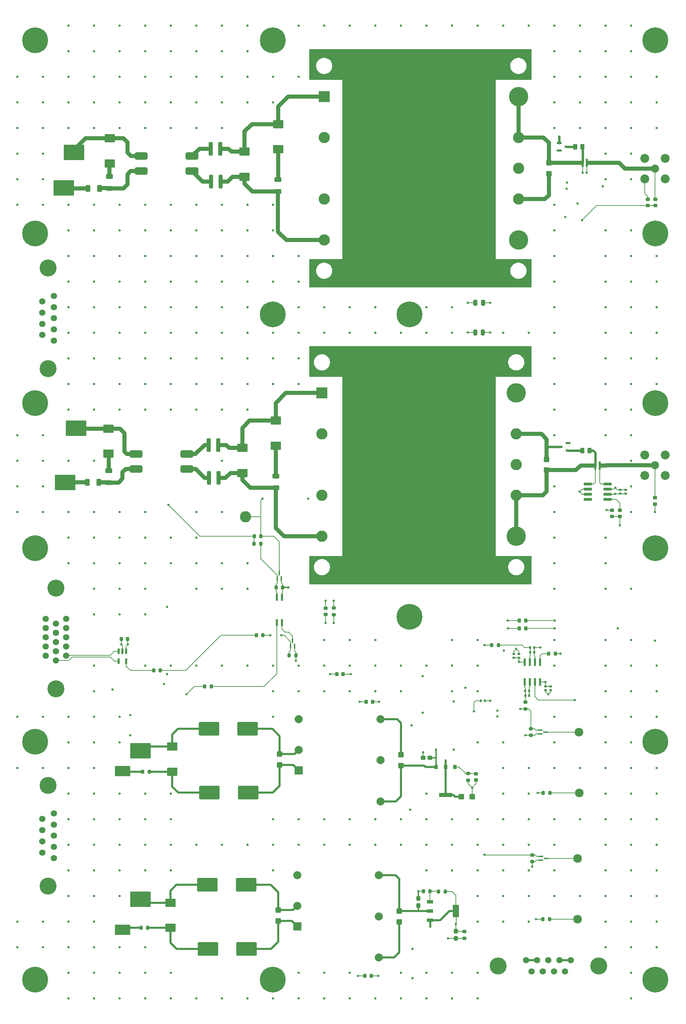
<source format=gbr>
%TF.GenerationSoftware,KiCad,Pcbnew,9.0.3*%
%TF.CreationDate,2025-09-16T12:32:25-04:00*%
%TF.ProjectId,CAEN_NEVIS_DAQ_PM5V,4341454e-5f4e-4455-9649-535f4441515f,rev?*%
%TF.SameCoordinates,Original*%
%TF.FileFunction,Copper,L1,Top*%
%TF.FilePolarity,Positive*%
%FSLAX46Y46*%
G04 Gerber Fmt 4.6, Leading zero omitted, Abs format (unit mm)*
G04 Created by KiCad (PCBNEW 9.0.3) date 2025-09-16 12:32:25*
%MOMM*%
%LPD*%
G01*
G04 APERTURE LIST*
G04 Aperture macros list*
%AMRoundRect*
0 Rectangle with rounded corners*
0 $1 Rounding radius*
0 $2 $3 $4 $5 $6 $7 $8 $9 X,Y pos of 4 corners*
0 Add a 4 corners polygon primitive as box body*
4,1,4,$2,$3,$4,$5,$6,$7,$8,$9,$2,$3,0*
0 Add four circle primitives for the rounded corners*
1,1,$1+$1,$2,$3*
1,1,$1+$1,$4,$5*
1,1,$1+$1,$6,$7*
1,1,$1+$1,$8,$9*
0 Add four rect primitives between the rounded corners*
20,1,$1+$1,$2,$3,$4,$5,0*
20,1,$1+$1,$4,$5,$6,$7,0*
20,1,$1+$1,$6,$7,$8,$9,0*
20,1,$1+$1,$8,$9,$2,$3,0*%
G04 Aperture macros list end*
%TA.AperFunction,SMDPad,CuDef*%
%ADD10RoundRect,0.225000X0.250000X-0.225000X0.250000X0.225000X-0.250000X0.225000X-0.250000X-0.225000X0*%
%TD*%
%TA.AperFunction,SMDPad,CuDef*%
%ADD11RoundRect,0.250000X0.425000X-0.450000X0.425000X0.450000X-0.425000X0.450000X-0.425000X-0.450000X0*%
%TD*%
%TA.AperFunction,SMDPad,CuDef*%
%ADD12RoundRect,0.140000X0.170000X-0.140000X0.170000X0.140000X-0.170000X0.140000X-0.170000X-0.140000X0*%
%TD*%
%TA.AperFunction,ComponentPad*%
%ADD13C,6.400000*%
%TD*%
%TA.AperFunction,SMDPad,CuDef*%
%ADD14RoundRect,0.250000X1.025000X-0.787500X1.025000X0.787500X-1.025000X0.787500X-1.025000X-0.787500X0*%
%TD*%
%TA.AperFunction,SMDPad,CuDef*%
%ADD15RoundRect,0.200000X0.200000X0.275000X-0.200000X0.275000X-0.200000X-0.275000X0.200000X-0.275000X0*%
%TD*%
%TA.AperFunction,SMDPad,CuDef*%
%ADD16RoundRect,0.225000X-0.250000X0.225000X-0.250000X-0.225000X0.250000X-0.225000X0.250000X0.225000X0*%
%TD*%
%TA.AperFunction,SMDPad,CuDef*%
%ADD17RoundRect,0.170000X2.330000X-1.530000X2.330000X1.530000X-2.330000X1.530000X-2.330000X-1.530000X0*%
%TD*%
%TA.AperFunction,SMDPad,CuDef*%
%ADD18RoundRect,0.200000X-0.200000X-0.275000X0.200000X-0.275000X0.200000X0.275000X-0.200000X0.275000X0*%
%TD*%
%TA.AperFunction,ComponentPad*%
%ADD19C,2.159000*%
%TD*%
%TA.AperFunction,SMDPad,CuDef*%
%ADD20RoundRect,0.250000X-0.275000X0.312500X-0.275000X-0.312500X0.275000X-0.312500X0.275000X0.312500X0*%
%TD*%
%TA.AperFunction,SMDPad,CuDef*%
%ADD21RoundRect,0.225000X-0.225000X-0.250000X0.225000X-0.250000X0.225000X0.250000X-0.225000X0.250000X0*%
%TD*%
%TA.AperFunction,SMDPad,CuDef*%
%ADD22R,0.558800X1.473200*%
%TD*%
%TA.AperFunction,SMDPad,CuDef*%
%ADD23RoundRect,0.250000X-0.625000X0.312500X-0.625000X-0.312500X0.625000X-0.312500X0.625000X0.312500X0*%
%TD*%
%TA.AperFunction,SMDPad,CuDef*%
%ADD24RoundRect,0.250000X0.275000X-0.312500X0.275000X0.312500X-0.275000X0.312500X-0.275000X-0.312500X0*%
%TD*%
%TA.AperFunction,SMDPad,CuDef*%
%ADD25RoundRect,0.250000X-0.312500X-0.625000X0.312500X-0.625000X0.312500X0.625000X-0.312500X0.625000X0*%
%TD*%
%TA.AperFunction,SMDPad,CuDef*%
%ADD26R,0.350800X1.161200*%
%TD*%
%TA.AperFunction,ComponentPad*%
%ADD27R,2.800000X2.800000*%
%TD*%
%TA.AperFunction,ComponentPad*%
%ADD28C,2.800000*%
%TD*%
%TA.AperFunction,ComponentPad*%
%ADD29C,4.800000*%
%TD*%
%TA.AperFunction,SMDPad,CuDef*%
%ADD30R,0.889000X1.016000*%
%TD*%
%TA.AperFunction,SMDPad,CuDef*%
%ADD31R,3.200000X1.000000*%
%TD*%
%TA.AperFunction,SMDPad,CuDef*%
%ADD32RoundRect,0.200000X-0.275000X0.200000X-0.275000X-0.200000X0.275000X-0.200000X0.275000X0.200000X0*%
%TD*%
%TA.AperFunction,SMDPad,CuDef*%
%ADD33R,0.558800X1.981200*%
%TD*%
%TA.AperFunction,SMDPad,CuDef*%
%ADD34RoundRect,0.075000X-0.910000X-0.225000X0.910000X-0.225000X0.910000X0.225000X-0.910000X0.225000X0*%
%TD*%
%TA.AperFunction,ComponentPad*%
%ADD35C,1.575000*%
%TD*%
%TA.AperFunction,ComponentPad*%
%ADD36C,4.216000*%
%TD*%
%TA.AperFunction,SMDPad,CuDef*%
%ADD37RoundRect,0.073750X-0.556250X-0.221250X0.556250X-0.221250X0.556250X0.221250X-0.556250X0.221250X0*%
%TD*%
%TA.AperFunction,SMDPad,CuDef*%
%ADD38RoundRect,0.140000X-0.170000X0.140000X-0.170000X-0.140000X0.170000X-0.140000X0.170000X0.140000X0*%
%TD*%
%TA.AperFunction,SMDPad,CuDef*%
%ADD39RoundRect,0.250000X-0.425000X0.450000X-0.425000X-0.450000X0.425000X-0.450000X0.425000X0.450000X0*%
%TD*%
%TA.AperFunction,SMDPad,CuDef*%
%ADD40RoundRect,0.250000X-1.025000X0.787500X-1.025000X-0.787500X1.025000X-0.787500X1.025000X0.787500X0*%
%TD*%
%TA.AperFunction,SMDPad,CuDef*%
%ADD41RoundRect,0.475000X1.125000X-0.475000X1.125000X0.475000X-1.125000X0.475000X-1.125000X-0.475000X0*%
%TD*%
%TA.AperFunction,SMDPad,CuDef*%
%ADD42RoundRect,0.250000X0.625000X-0.312500X0.625000X0.312500X-0.625000X0.312500X-0.625000X-0.312500X0*%
%TD*%
%TA.AperFunction,SMDPad,CuDef*%
%ADD43R,0.584200X2.159000*%
%TD*%
%TA.AperFunction,SMDPad,CuDef*%
%ADD44R,1.161200X0.350800*%
%TD*%
%TA.AperFunction,SMDPad,CuDef*%
%ADD45RoundRect,0.200000X0.275000X-0.200000X0.275000X0.200000X-0.275000X0.200000X-0.275000X-0.200000X0*%
%TD*%
%TA.AperFunction,SMDPad,CuDef*%
%ADD46RoundRect,0.250000X-0.450000X-0.425000X0.450000X-0.425000X0.450000X0.425000X-0.450000X0.425000X0*%
%TD*%
%TA.AperFunction,ComponentPad*%
%ADD47C,2.006600*%
%TD*%
%TA.AperFunction,ComponentPad*%
%ADD48C,2.209800*%
%TD*%
%TA.AperFunction,SMDPad,CuDef*%
%ADD49RoundRect,0.225000X0.225000X0.250000X-0.225000X0.250000X-0.225000X-0.250000X0.225000X-0.250000X0*%
%TD*%
%TA.AperFunction,SMDPad,CuDef*%
%ADD50RoundRect,0.135000X0.135000X0.185000X-0.135000X0.185000X-0.135000X-0.185000X0.135000X-0.185000X0*%
%TD*%
%TA.AperFunction,ComponentPad*%
%ADD51R,2.000000X2.000000*%
%TD*%
%TA.AperFunction,ComponentPad*%
%ADD52C,2.000000*%
%TD*%
%TA.AperFunction,SMDPad,CuDef*%
%ADD53RoundRect,0.140000X-0.140000X-0.170000X0.140000X-0.170000X0.140000X0.170000X-0.140000X0.170000X0*%
%TD*%
%TA.AperFunction,SMDPad,CuDef*%
%ADD54RoundRect,0.135000X-0.135000X-0.185000X0.135000X-0.185000X0.135000X0.185000X-0.135000X0.185000X0*%
%TD*%
%TA.AperFunction,SMDPad,CuDef*%
%ADD55RoundRect,0.250000X0.250000X0.475000X-0.250000X0.475000X-0.250000X-0.475000X0.250000X-0.475000X0*%
%TD*%
%TA.AperFunction,SMDPad,CuDef*%
%ADD56RoundRect,0.245000X-0.245000X-1.455000X0.245000X-1.455000X0.245000X1.455000X-0.245000X1.455000X0*%
%TD*%
%TA.AperFunction,SMDPad,CuDef*%
%ADD57RoundRect,0.250000X0.312500X0.275000X-0.312500X0.275000X-0.312500X-0.275000X0.312500X-0.275000X0*%
%TD*%
%TA.AperFunction,SMDPad,CuDef*%
%ADD58RoundRect,0.250000X-0.250000X-0.475000X0.250000X-0.475000X0.250000X0.475000X-0.250000X0.475000X0*%
%TD*%
%TA.AperFunction,ComponentPad*%
%ADD59C,1.560000*%
%TD*%
%TA.AperFunction,SMDPad,CuDef*%
%ADD60RoundRect,0.250000X0.262500X0.450000X-0.262500X0.450000X-0.262500X-0.450000X0.262500X-0.450000X0*%
%TD*%
%TA.AperFunction,SMDPad,CuDef*%
%ADD61R,1.600200X0.838200*%
%TD*%
%TA.AperFunction,SMDPad,CuDef*%
%ADD62R,1.600200X3.048000*%
%TD*%
%TA.AperFunction,SMDPad,CuDef*%
%ADD63RoundRect,0.073750X0.556250X0.221250X-0.556250X0.221250X-0.556250X-0.221250X0.556250X-0.221250X0*%
%TD*%
%TA.AperFunction,SMDPad,CuDef*%
%ADD64R,0.558800X1.651000*%
%TD*%
%TA.AperFunction,ViaPad*%
%ADD65C,0.600000*%
%TD*%
%TA.AperFunction,ViaPad*%
%ADD66C,1.200000*%
%TD*%
%TA.AperFunction,Conductor*%
%ADD67C,0.200000*%
%TD*%
%TA.AperFunction,Conductor*%
%ADD68C,0.500000*%
%TD*%
%TA.AperFunction,Conductor*%
%ADD69C,1.000000*%
%TD*%
%TA.AperFunction,Conductor*%
%ADD70C,0.600000*%
%TD*%
%TA.AperFunction,Conductor*%
%ADD71C,0.300000*%
%TD*%
G04 APERTURE END LIST*
D10*
%TO.P,R28,1*%
%TO.N,Net-(U12B--INB)*%
X278970000Y-144065000D03*
%TO.P,R28,2*%
%TO.N,/M5V_OUT*%
X278970000Y-142515000D03*
%TD*%
D11*
%TO.P,C39,1*%
%TO.N,/Telemetry_PWR/Telem_5V1/V_POS*%
X185356250Y-247500001D03*
%TO.P,C39,2*%
%TO.N,/Telemetry_PWR/Telem_5V1/V_RTN*%
X185356250Y-244800001D03*
%TD*%
D12*
%TO.P,C63,1*%
%TO.N,/Telemetry_CKT/V3p3*%
X243895000Y-182200000D03*
%TO.P,C63,2*%
%TO.N,/PM5V_TELEM_RTN*%
X243895000Y-181240000D03*
%TD*%
D13*
%TO.P,H13,1,1*%
%TO.N,GNDPWR*%
X184000000Y-262000000D03*
%TD*%
D14*
%TO.P,C29,1*%
%TO.N,Net-(C29-Pad1)*%
X159025000Y-210472500D03*
%TO.P,C29,2*%
%TO.N,/V_TELEM_RTN*%
X159025000Y-204247500D03*
%TD*%
D13*
%TO.P,H6,1,1*%
%TO.N,GNDPWR*%
X125000000Y-203000000D03*
%TD*%
D15*
%TO.P,R43,1*%
%TO.N,Net-(P3-Pad1)*%
X252845000Y-215770000D03*
%TO.P,R43,2*%
%TO.N,/P5V_TELEM*%
X251195000Y-215770000D03*
%TD*%
D13*
%TO.P,H14,1,1*%
%TO.N,GNDPWR*%
X279000000Y-119000000D03*
%TD*%
D16*
%TO.P,C54,1*%
%TO.N,Net-(U9-SET)*%
X234480000Y-210975000D03*
%TO.P,C54,2*%
%TO.N,/PM5V_TELEM_RTN*%
X234480000Y-212525000D03*
%TD*%
D11*
%TO.P,C46,1*%
%TO.N,/PM5V_TELEM_RTN*%
X215446250Y-247714999D03*
%TO.P,C46,2*%
%TO.N,/M5V_TELEM*%
X215446250Y-245014999D03*
%TD*%
D13*
%TO.P,H4,1,1*%
%TO.N,GNDPWR*%
X125000000Y-119000000D03*
%TD*%
D17*
%TO.P,L5,1,1*%
%TO.N,Net-(C29-Pad1)*%
X168315000Y-215681000D03*
%TO.P,L5,2,2*%
%TO.N,/Telemetry_PWR/Telem_5V/V_POS*%
X177915000Y-215681000D03*
%TD*%
D18*
%TO.P,R16,1*%
%TO.N,/V_TELEM_IN*%
X167135000Y-189320000D03*
%TO.P,R16,2*%
%TO.N,Net-(Q1-Pad1)*%
X168785000Y-189320000D03*
%TD*%
D11*
%TO.P,C37,1*%
%TO.N,/P5V_TELEM*%
X215845000Y-208985000D03*
%TO.P,C37,2*%
%TO.N,/PM5V_TELEM_RTN*%
X215845000Y-206285000D03*
%TD*%
D19*
%TO.P,P4,1,1*%
%TO.N,Net-(M3-Pad3)*%
X260040000Y-200620000D03*
%TD*%
D20*
%TO.P,C59,1*%
%TO.N,/PM5V_TELEM_RTN*%
X220150000Y-241895000D03*
%TO.P,C59,2*%
%TO.N,/M5V_TELEM*%
X220150000Y-243670000D03*
%TD*%
D18*
%TO.P,F3,1*%
%TO.N,/V_TELEM_IN*%
X151710000Y-210480000D03*
%TO.P,F3,2*%
%TO.N,Net-(C29-Pad1)*%
X153360000Y-210480000D03*
%TD*%
D21*
%TO.P,R38,1*%
%TO.N,/TEMP_MON*%
X199905000Y-186230000D03*
%TO.P,R38,2*%
%TO.N,Net-(C64-Pad2)*%
X201455000Y-186230000D03*
%TD*%
D22*
%TO.P,U2,1,VCC*%
%TO.N,/Main_DC-DC_Converters/V3p3*%
X147660000Y-180632400D03*
%TO.P,U2,2,GND*%
%TO.N,/V_TELEM_RTN*%
X146709999Y-180632400D03*
%TO.P,U2,3,A*%
%TO.N,/Enable+*%
X145759998Y-180632400D03*
%TO.P,U2,4,B*%
%TO.N,/Enable-*%
X145759998Y-183020000D03*
%TO.P,U2,5,R*%
%TO.N,Net-(U2-R)*%
X147660000Y-183020000D03*
%TD*%
D18*
%TO.P,R7,1*%
%TO.N,Net-(U2-R)*%
X154445000Y-185370000D03*
%TO.P,R7,2*%
%TO.N,/Main_DC-DC_Converters/Enable_SIG*%
X156095000Y-185370000D03*
%TD*%
D23*
%TO.P,R11,1*%
%TO.N,Net-(C19-Pad2)*%
X184775000Y-137147500D03*
%TO.P,R11,2*%
%TO.N,/Main_DC-DC_Converters/Enable_CKT/V_RTN*%
X184775000Y-140072500D03*
%TD*%
D24*
%TO.P,C65,1*%
%TO.N,/PM5V_TELEM_RTN*%
X229510000Y-251807500D03*
%TO.P,C65,2*%
%TO.N,/Telemetry_CKT/nV3p3*%
X229510000Y-250032500D03*
%TD*%
D25*
%TO.P,F1,1*%
%TO.N,/V_SEC_IN*%
X138127500Y-65752500D03*
%TO.P,F1,2*%
%TO.N,Net-(F1-Pad2)*%
X141052500Y-65752500D03*
%TD*%
D26*
%TO.P,M2,1,1*%
%TO.N,Net-(M2-Pad1)*%
X185140000Y-162520000D03*
%TO.P,M2,2,2*%
%TO.N,/Main_DC-DC_Converters/Enable_CKT/V_RTN*%
X186139998Y-162520000D03*
%TO.P,M2,3,3*%
%TO.N,/Main_DC-DC_Converters/Enable_CKT/Enable*%
X185639999Y-161170000D03*
%TD*%
D27*
%TO.P,U4,1,+VIN*%
%TO.N,Net-(U4-+VIN)*%
X196235000Y-116540000D03*
D28*
%TO.P,U4,2,ON/OFF*%
%TO.N,/Main_DC-DC_Converters/Enable_CKT/Enable*%
X196235000Y-126700000D03*
%TO.P,U4,3,CASE*%
%TO.N,GNDPWR*%
X196235000Y-141940000D03*
%TO.P,U4,4,-VIN*%
%TO.N,/Main_DC-DC_Converters/Enable_CKT/V_RTN*%
X196235000Y-152100000D03*
D29*
%TO.P,U4,5,-VO*%
%TO.N,/M5V*%
X244485000Y-152100000D03*
D28*
%TO.P,U4,6,-S*%
X244485000Y-141940000D03*
%TO.P,U4,7,TRIM*%
%TO.N,unconnected-(U4-TRIM-Pad7)*%
X244485000Y-134320000D03*
%TO.P,U4,8,+S*%
%TO.N,/PM5_RTN*%
X244485000Y-126700000D03*
D29*
%TO.P,U4,9,+VO*%
X244485000Y-116540000D03*
%TD*%
D30*
%TO.P,U9,1,SET*%
%TO.N,Net-(U9-SET)*%
X229239900Y-209267500D03*
%TO.P,U9,2,OUT*%
%TO.N,/Telemetry_CKT/V3p3*%
X226928500Y-209267500D03*
%TO.P,U9,3,IN*%
%TO.N,/P5V_TELEM*%
X224617100Y-209267500D03*
D31*
%TO.P,U9,4,TAB*%
%TO.N,/Telemetry_CKT/V3p3*%
X226928500Y-216260000D03*
%TD*%
D32*
%TO.P,R35,1*%
%TO.N,Net-(U12A-A_OUT)*%
X246730000Y-193235000D03*
%TO.P,R35,2*%
%TO.N,/P5V_V_MON*%
X246730000Y-194885000D03*
%TD*%
D19*
%TO.P,P2,1,1*%
%TO.N,Net-(P2-Pad1)*%
X259760000Y-247070000D03*
%TD*%
D33*
%TO.P,U12,1,A_OUT*%
%TO.N,Net-(U12A-A_OUT)*%
X246555000Y-188193800D03*
%TO.P,U12,2,-INA*%
%TO.N,Net-(U12A--INA)*%
X247825000Y-188193800D03*
%TO.P,U12,3,+INA*%
%TO.N,Net-(U12A-+INA)*%
X249095000Y-188193800D03*
%TO.P,U12,4,VSS*%
%TO.N,/Telemetry_CKT/nV3p3*%
X250365000Y-188193800D03*
%TO.P,U12,5,+INB*%
%TO.N,Net-(U12B-+INB)*%
X250365000Y-183266200D03*
%TO.P,U12,6,-INB*%
%TO.N,Net-(U12B--INB)*%
X249095000Y-183266200D03*
%TO.P,U12,7,B_OUT*%
%TO.N,Net-(U12B-B_OUT)*%
X247825000Y-183266200D03*
%TO.P,U12,8,VCC*%
%TO.N,/Telemetry_CKT/V3p3*%
X246555000Y-183266200D03*
%TD*%
D15*
%TO.P,R42,1*%
%TO.N,Net-(P2-Pad1)*%
X252765000Y-247060000D03*
%TO.P,R42,2*%
%TO.N,/P5V_TELEM*%
X251115000Y-247060000D03*
%TD*%
D12*
%TO.P,C48,1*%
%TO.N,/Telemetry_CKT/V3p3*%
X271620000Y-141470000D03*
%TO.P,C48,2*%
%TO.N,/PM5V_TELEM_RTN*%
X271620000Y-140510000D03*
%TD*%
D34*
%TO.P,U7,1,-IN*%
%TO.N,/M5V*%
X262265000Y-139085000D03*
%TO.P,U7,2,GND*%
%TO.N,/PM5V_TELEM_RTN*%
X262265000Y-140355000D03*
%TO.P,U7,3,REF2*%
X262265000Y-141625000D03*
%TO.P,U7,4,4*%
%TO.N,unconnected-(U7-Pad4)*%
X262265000Y-142895000D03*
%TO.P,U7,5,OUT*%
%TO.N,Net-(U7-OUT)*%
X267205000Y-142895000D03*
%TO.P,U7,6,V+*%
%TO.N,/Telemetry_CKT/V3p3*%
X267205000Y-141625000D03*
%TO.P,U7,7,REF1*%
%TO.N,/PM5V_TELEM_RTN*%
X267205000Y-140355000D03*
%TO.P,U7,8,+IN*%
%TO.N,/M5V_OUT*%
X267205000Y-139085000D03*
%TD*%
D35*
%TO.P,J1,1*%
%TO.N,/Enable+*%
X132710000Y-181730000D03*
%TO.P,J1,2*%
%TO.N,/P5V_V_MON*%
X132710000Y-179440000D03*
%TO.P,J1,3*%
%TO.N,unconnected-(J1-Pad3)*%
X132710000Y-177150000D03*
%TO.P,J1,4*%
%TO.N,/M5V_I_MON*%
X132710000Y-174860000D03*
%TO.P,J1,5*%
%TO.N,/P5V_I_MON*%
X132710000Y-172570000D03*
%TO.P,J1,6*%
%TO.N,/Enable-*%
X130170000Y-182875000D03*
%TO.P,J1,7*%
%TO.N,/PM5V_TELEM_RTN*%
X130170000Y-180585000D03*
%TO.P,J1,8*%
%TO.N,/M5V_V_MON*%
X130170000Y-178295000D03*
%TO.P,J1,9*%
%TO.N,/PM5V_TELEM_RTN*%
X130170000Y-176005000D03*
%TO.P,J1,10*%
X130170000Y-173715000D03*
%TO.P,J1,11*%
X127630000Y-181730000D03*
%TO.P,J1,12*%
X127630000Y-179440000D03*
%TO.P,J1,13*%
%TO.N,unconnected-(J1-Pad13)*%
X127630000Y-177150000D03*
%TO.P,J1,14*%
%TO.N,/PM5V_TELEM_RTN*%
X127630000Y-174860000D03*
%TO.P,J1,15*%
%TO.N,/TEMP_MON*%
X127630000Y-172570000D03*
D36*
%TO.P,J1,S1*%
%TO.N,GNDPWR*%
X130170000Y-164909000D03*
%TO.P,J1,S2*%
X130170000Y-189899000D03*
%TD*%
D21*
%TO.P,C28,1*%
%TO.N,GNDPWR*%
X206925000Y-261150000D03*
%TO.P,C28,2*%
%TO.N,/PM5V_TELEM_RTN*%
X208475000Y-261150000D03*
%TD*%
D37*
%TO.P,D2,1,1*%
%TO.N,/PM5_RTN*%
X255140000Y-54520000D03*
%TO.P,D2,2,2*%
%TO.N,unconnected-(D2-Pad2)*%
X255140000Y-56420000D03*
%TO.P,D2,3,3*%
%TO.N,Net-(D2-Pad3)*%
X257100000Y-55470000D03*
%TD*%
D38*
%TO.P,C61,1*%
%TO.N,/Telemetry_CKT/nV3p3*%
X253050000Y-189290000D03*
%TO.P,C61,2*%
%TO.N,/PM5V_TELEM_RTN*%
X253050000Y-190250000D03*
%TD*%
D39*
%TO.P,C16,1*%
%TO.N,/P5V*%
X252565000Y-59450000D03*
%TO.P,C16,2*%
%TO.N,/PM5_RTN*%
X252565000Y-62150000D03*
%TD*%
D40*
%TO.P,C9,1*%
%TO.N,Net-(U3-+VIN)*%
X185345000Y-49845000D03*
%TO.P,C9,2*%
%TO.N,Net-(C9-Pad2)*%
X185345000Y-56070000D03*
%TD*%
D12*
%TO.P,C62,1*%
%TO.N,/Telemetry_CKT/V3p3*%
X245125000Y-182220000D03*
%TO.P,C62,2*%
%TO.N,/PM5V_TELEM_RTN*%
X245125000Y-181260000D03*
%TD*%
D41*
%TO.P,L9,1*%
%TO.N,Net-(L2-Pad1)*%
X163980000Y-57780000D03*
%TO.P,L9,2*%
%TO.N,Net-(L1-Pad1)*%
X163980000Y-61480000D03*
%TO.P,L9,3*%
%TO.N,Net-(F1-Pad2)*%
X151380000Y-61480000D03*
%TO.P,L9,4*%
%TO.N,/V_SEC_RTN*%
X151380000Y-57780000D03*
%TD*%
D42*
%TO.P,R8,1*%
%TO.N,Net-(F1-Pad2)*%
X143510000Y-65745000D03*
%TO.P,R8,2*%
%TO.N,Net-(C7-Pad1)*%
X143510000Y-62820000D03*
%TD*%
D14*
%TO.P,C17,1*%
%TO.N,Net-(C17-Pad1)*%
X143240000Y-131592500D03*
%TO.P,C17,2*%
%TO.N,/V_SEC_RTN*%
X143240000Y-125367500D03*
%TD*%
D43*
%TO.P,R1,1*%
%TO.N,/P5V*%
X260966600Y-59460000D03*
%TO.P,R1,2*%
%TO.N,/P5V_OUT*%
X262033400Y-59460000D03*
%TD*%
D28*
%TO.P,V_{EN}1,1,1*%
%TO.N,/Main_DC-DC_Converters/Enable_CKT/Enable*%
X177270000Y-147230000D03*
%TD*%
D18*
%TO.P,R14,1*%
%TO.N,/Main_DC-DC_Converters/Enable_SIG*%
X179935000Y-176640000D03*
%TO.P,R14,2*%
%TO.N,Net-(M1-Pad1)*%
X181585000Y-176640000D03*
%TD*%
D44*
%TO.P,M4,1,1*%
%TO.N,/M5V_V_MON*%
X250600000Y-231450000D03*
%TO.P,M4,2,2*%
%TO.N,/PM5V_TELEM_RTN*%
X250600000Y-232449998D03*
%TO.P,M4,3,3*%
%TO.N,Net-(M4-Pad3)*%
X251950000Y-231949999D03*
%TD*%
D45*
%TO.P,R39,1*%
%TO.N,/PM5V_TELEM_RTN*%
X231580000Y-251755000D03*
%TO.P,R39,2*%
%TO.N,/Telemetry_CKT/nV3p3*%
X231580000Y-250105000D03*
%TD*%
D13*
%TO.P,H17,1,1*%
%TO.N,GNDPWR*%
X218000000Y-172000000D03*
%TD*%
D40*
%TO.P,C18,1*%
%TO.N,Net-(U4-+VIN)*%
X176455000Y-130167500D03*
%TO.P,C18,2*%
%TO.N,/Main_DC-DC_Converters/Enable_CKT/V_RTN*%
X176455000Y-136392500D03*
%TD*%
D46*
%TO.P,C55,1*%
%TO.N,/Telemetry_CKT/V3p3*%
X230820000Y-216690000D03*
%TO.P,C55,2*%
%TO.N,/PM5V_TELEM_RTN*%
X233520000Y-216690000D03*
%TD*%
D12*
%TO.P,C47,1*%
%TO.N,/Telemetry_CKT/V3p3*%
X270310000Y-141490000D03*
%TO.P,C47,2*%
%TO.N,/PM5V_TELEM_RTN*%
X270310000Y-140530000D03*
%TD*%
D47*
%TO.P,J4,1,SIGNAL*%
%TO.N,/M5V_OUT*%
X278970000Y-134410000D03*
D48*
%TO.P,J4,2,GND*%
%TO.N,/PM5_RTN*%
X281510000Y-131870000D03*
%TO.P,J4,3,GND*%
X276430000Y-131870000D03*
%TO.P,J4,4,GND*%
X276430000Y-136950000D03*
%TO.P,J4,5,GND*%
X281510000Y-136950000D03*
%TD*%
D40*
%TO.P,C19,1*%
%TO.N,Net-(U4-+VIN)*%
X184785000Y-123367500D03*
%TO.P,C19,2*%
%TO.N,Net-(C19-Pad2)*%
X184785000Y-129592500D03*
%TD*%
D17*
%TO.P,L6,1,1*%
%TO.N,/V_TELEM_RTN*%
X168195000Y-199811000D03*
%TO.P,L6,2,2*%
%TO.N,/Telemetry_PWR/Telem_5V/V_RTN*%
X177795000Y-199811000D03*
%TD*%
D45*
%TO.P,R40,1*%
%TO.N,/PM5V_TELEM_RTN*%
X248110000Y-201435000D03*
%TO.P,R40,2*%
%TO.N,/P5V_V_MON*%
X248110000Y-199785000D03*
%TD*%
%TO.P,R41,1*%
%TO.N,/PM5V_TELEM_RTN*%
X248420000Y-232775000D03*
%TO.P,R41,2*%
%TO.N,/M5V_V_MON*%
X248420000Y-231125000D03*
%TD*%
D27*
%TO.P,U3,1,+VIN*%
%TO.N,Net-(U3-+VIN)*%
X196795000Y-43017500D03*
D28*
%TO.P,U3,2,ON/OFF*%
%TO.N,/Main_DC-DC_Converters/Enable_CKT/Enable*%
X196795000Y-53177500D03*
%TO.P,U3,3,CASE*%
%TO.N,GNDPWR*%
X196795000Y-68417500D03*
%TO.P,U3,4,-VIN*%
%TO.N,/Main_DC-DC_Converters/Main_Converter/V_RTN*%
X196795000Y-78577500D03*
D29*
%TO.P,U3,5,-VO*%
%TO.N,/PM5_RTN*%
X245045000Y-78577500D03*
D28*
%TO.P,U3,6,-S*%
X245045000Y-68417500D03*
%TO.P,U3,7,TRIM*%
%TO.N,unconnected-(U3-TRIM-Pad7)*%
X245045000Y-60797500D03*
%TO.P,U3,8,+S*%
%TO.N,/P5V*%
X245045000Y-53177500D03*
D29*
%TO.P,U3,9,+VO*%
X245045000Y-43017500D03*
%TD*%
D40*
%TO.P,C8,1*%
%TO.N,Net-(U3-+VIN)*%
X177015000Y-56645000D03*
%TO.P,C8,2*%
%TO.N,/Main_DC-DC_Converters/Main_Converter/V_RTN*%
X177015000Y-62870000D03*
%TD*%
D44*
%TO.P,M3,1,1*%
%TO.N,/P5V_V_MON*%
X250410000Y-200120002D03*
%TO.P,M3,2,2*%
%TO.N,/PM5V_TELEM_RTN*%
X250410000Y-201120000D03*
%TO.P,M3,3,3*%
%TO.N,Net-(M3-Pad3)*%
X251760000Y-200620001D03*
%TD*%
D49*
%TO.P,R22,1*%
%TO.N,Net-(C52-Pad2)*%
X246815000Y-174920000D03*
%TO.P,R22,2*%
%TO.N,/M5V_I_MON*%
X245265000Y-174920000D03*
%TD*%
D42*
%TO.P,R10,1*%
%TO.N,Net-(F2-Pad2)*%
X143276250Y-138752500D03*
%TO.P,R10,2*%
%TO.N,Net-(C17-Pad1)*%
X143276250Y-135827500D03*
%TD*%
D26*
%TO.P,M1,1,1*%
%TO.N,Net-(M1-Pad1)*%
X188450001Y-179325000D03*
%TO.P,M1,2,2*%
%TO.N,/V_TELEM_RTN*%
X189449999Y-179325000D03*
%TO.P,M1,3,3*%
%TO.N,Net-(M1-Pad3)*%
X188950000Y-177975000D03*
%TD*%
D13*
%TO.P,H11,1,1*%
%TO.N,GNDPWR*%
X279000000Y-203000000D03*
%TD*%
D43*
%TO.P,R2,1*%
%TO.N,/M5V*%
X264116600Y-134520000D03*
%TO.P,R2,2*%
%TO.N,/M5V_OUT*%
X265183400Y-134520000D03*
%TD*%
D18*
%TO.P,R34,1*%
%TO.N,/M5V_V_MON*%
X238395000Y-179080000D03*
%TO.P,R34,2*%
%TO.N,Net-(U12B-B_OUT)*%
X240045000Y-179080000D03*
%TD*%
D50*
%TO.P,R30,1*%
%TO.N,Net-(U12A--INA)*%
X247720000Y-190380000D03*
%TO.P,R30,2*%
%TO.N,Net-(U12A-A_OUT)*%
X246700000Y-190380000D03*
%TD*%
D51*
%TO.P,U6,1,+VIN*%
%TO.N,/Telemetry_PWR/Telem_5V1/V_POS*%
X190093750Y-248860000D03*
D52*
%TO.P,U6,2,-VIN*%
%TO.N,/Telemetry_PWR/Telem_5V1/V_RTN*%
X190093750Y-243760000D03*
%TO.P,U6,3,+VOUT*%
%TO.N,/PM5V_TELEM_RTN*%
X210393750Y-256560000D03*
%TO.P,U6,4,TRIM*%
%TO.N,unconnected-(U6-TRIM-Pad4)*%
X210393750Y-246360000D03*
%TO.P,U6,5,-VOUT*%
%TO.N,/M5V_TELEM*%
X210393750Y-236160000D03*
%TO.P,U6,6,REMOTE*%
%TO.N,unconnected-(U6-REMOTE-Pad6)*%
X190093750Y-236160000D03*
%TD*%
D53*
%TO.P,C56,1*%
%TO.N,Net-(U12A-A_OUT)*%
X246730000Y-191620000D03*
%TO.P,C56,2*%
%TO.N,Net-(U12A--INA)*%
X247690000Y-191620000D03*
%TD*%
D41*
%TO.P,L10,1*%
%TO.N,Net-(L10-Pad1)*%
X162710000Y-131680000D03*
%TO.P,L10,2*%
%TO.N,Net-(L10-Pad2)*%
X162710000Y-135380000D03*
%TO.P,L10,3*%
%TO.N,Net-(F2-Pad2)*%
X150110000Y-135380000D03*
%TO.P,L10,4*%
%TO.N,/V_SEC_RTN*%
X150110000Y-131680000D03*
%TD*%
D54*
%TO.P,R32,1*%
%TO.N,Net-(U12B-B_OUT)*%
X247930000Y-180880000D03*
%TO.P,R32,2*%
%TO.N,Net-(U12B--INB)*%
X248950000Y-180880000D03*
%TD*%
D45*
%TO.P,R44,1*%
%TO.N,/V_TELEM_RTN*%
X199180000Y-171525000D03*
%TO.P,R44,2*%
%TO.N,/V_SEC_RTN*%
X199180000Y-169875000D03*
%TD*%
D55*
%TO.P,C5,1*%
%TO.N,/PM5_RTN*%
X236240000Y-94120000D03*
%TO.P,C5,2*%
%TO.N,GNDPWR*%
X234340000Y-94120000D03*
%TD*%
D56*
%TO.P,L3,1,1*%
%TO.N,Net-(L10-Pad2)*%
X168160000Y-137605000D03*
%TO.P,L3,2,2*%
%TO.N,/Main_DC-DC_Converters/Enable_CKT/V_RTN*%
X170530000Y-137605000D03*
%TD*%
D38*
%TO.P,C60,1*%
%TO.N,/Telemetry_CKT/nV3p3*%
X251800000Y-189290000D03*
%TO.P,C60,2*%
%TO.N,/PM5V_TELEM_RTN*%
X251800000Y-190250000D03*
%TD*%
D15*
%TO.P,R31,1*%
%TO.N,/PM5V_TELEM_RTN*%
X254175000Y-181150000D03*
%TO.P,R31,2*%
%TO.N,Net-(U12B-+INB)*%
X252525000Y-181150000D03*
%TD*%
D13*
%TO.P,H3,1,1*%
%TO.N,GNDPWR*%
X125000000Y-77000000D03*
%TD*%
D16*
%TO.P,R27,1*%
%TO.N,/PM5_RTN*%
X277130000Y-68465000D03*
%TO.P,R27,2*%
%TO.N,Net-(U12A-+INA)*%
X277130000Y-70015000D03*
%TD*%
D13*
%TO.P,H5,1,1*%
%TO.N,GNDPWR*%
X125000000Y-155000000D03*
%TD*%
D17*
%TO.P,L7,1,1*%
%TO.N,Net-(C38-Pad1)*%
X167916250Y-254411000D03*
%TO.P,L7,2,2*%
%TO.N,/Telemetry_PWR/Telem_5V1/V_POS*%
X177516250Y-254411000D03*
%TD*%
D18*
%TO.P,R36,1*%
%TO.N,Net-(U13-ADJ)*%
X225195000Y-240170000D03*
%TO.P,R36,2*%
%TO.N,/Telemetry_CKT/nV3p3*%
X226845000Y-240170000D03*
%TD*%
D13*
%TO.P,H1,1,1*%
%TO.N,GNDPWR*%
X125000000Y-29000000D03*
%TD*%
%TO.P,H16,1,1*%
%TO.N,GNDPWR*%
X218000000Y-97000000D03*
%TD*%
D18*
%TO.P,R19,1*%
%TO.N,Net-(M2-Pad1)*%
X184855000Y-164750000D03*
%TO.P,R19,2*%
%TO.N,/Main_DC-DC_Converters/Enable_CKT/V_RTN*%
X186505000Y-164750000D03*
%TD*%
D13*
%TO.P,H8,1,1*%
%TO.N,GNDPWR*%
X279000000Y-262000000D03*
%TD*%
D57*
%TO.P,C51,1*%
%TO.N,/P5V_TELEM*%
X223097500Y-206990000D03*
%TO.P,C51,2*%
%TO.N,/PM5V_TELEM_RTN*%
X221322500Y-206990000D03*
%TD*%
D49*
%TO.P,C4,1*%
%TO.N,/Main_DC-DC_Converters/V3p3*%
X147954999Y-177556200D03*
%TO.P,C4,2*%
%TO.N,/V_TELEM_RTN*%
X146404999Y-177556200D03*
%TD*%
D58*
%TO.P,C6,1*%
%TO.N,GNDPWR*%
X234280000Y-101500000D03*
%TO.P,C6,2*%
%TO.N,/PM5_RTN*%
X236180000Y-101500000D03*
%TD*%
D14*
%TO.P,C38,1*%
%TO.N,Net-(C38-Pad1)*%
X158626250Y-249202501D03*
%TO.P,C38,2*%
%TO.N,/V_TELEM_RTN*%
X158626250Y-242977501D03*
%TD*%
D51*
%TO.P,U5,1,+VIN*%
%TO.N,/Telemetry_PWR/Telem_5V/V_POS*%
X190492500Y-210130000D03*
D52*
%TO.P,U5,2,-VIN*%
%TO.N,/Telemetry_PWR/Telem_5V/V_RTN*%
X190492500Y-205030000D03*
%TO.P,U5,3,+VOUT*%
%TO.N,/P5V_TELEM*%
X210792500Y-217830000D03*
%TO.P,U5,4,TRIM*%
%TO.N,unconnected-(U5-TRIM-Pad4)*%
X210792500Y-207630000D03*
%TO.P,U5,5,-VOUT*%
%TO.N,/PM5V_TELEM_RTN*%
X210792500Y-197430000D03*
%TO.P,U5,6,REMOTE*%
%TO.N,unconnected-(U5-REMOTE-Pad6)*%
X190492500Y-197430000D03*
%TD*%
D14*
%TO.P,C7,1*%
%TO.N,Net-(C7-Pad1)*%
X143530000Y-59600000D03*
%TO.P,C7,2*%
%TO.N,/V_SEC_RTN*%
X143530000Y-53375000D03*
%TD*%
D16*
%TO.P,R20,1*%
%TO.N,Net-(U7-OUT)*%
X270190000Y-145585000D03*
%TO.P,R20,2*%
%TO.N,Net-(C52-Pad2)*%
X270190000Y-147135000D03*
%TD*%
D13*
%TO.P,H15,1,1*%
%TO.N,GNDPWR*%
X184000000Y-29000000D03*
%TD*%
D53*
%TO.P,C66,1*%
%TO.N,Net-(U12B-B_OUT)*%
X247980000Y-179650000D03*
%TO.P,C66,2*%
%TO.N,Net-(U12B--INB)*%
X248940000Y-179650000D03*
%TD*%
D11*
%TO.P,C30,1*%
%TO.N,/Telemetry_PWR/Telem_5V/V_POS*%
X185755000Y-208770000D03*
%TO.P,C30,2*%
%TO.N,/Telemetry_PWR/Telem_5V/V_RTN*%
X185755000Y-206070000D03*
%TD*%
D17*
%TO.P,L8,1,1*%
%TO.N,/V_TELEM_RTN*%
X167796250Y-238541001D03*
%TO.P,L8,2,2*%
%TO.N,/Telemetry_PWR/Telem_5V1/V_RTN*%
X177396250Y-238541001D03*
%TD*%
D56*
%TO.P,L1,1,1*%
%TO.N,Net-(L1-Pad1)*%
X168720000Y-64082500D03*
%TO.P,L1,2,2*%
%TO.N,/Main_DC-DC_Converters/Main_Converter/V_RTN*%
X171090000Y-64082500D03*
%TD*%
D13*
%TO.P,H7,1,1*%
%TO.N,GNDPWR*%
X125000000Y-262000000D03*
%TD*%
D54*
%TO.P,R29,1*%
%TO.N,Net-(U11-OUT)*%
X235700000Y-192840000D03*
%TO.P,R29,2*%
%TO.N,Net-(U11--IN)*%
X236720000Y-192840000D03*
%TD*%
D49*
%TO.P,R23,1*%
%TO.N,Net-(C53-Pad2)*%
X246820000Y-173010000D03*
%TO.P,R23,2*%
%TO.N,/P5V_I_MON*%
X245270000Y-173010000D03*
%TD*%
D10*
%TO.P,R26,1*%
%TO.N,Net-(U12A-+INA)*%
X278990000Y-70015000D03*
%TO.P,R26,2*%
%TO.N,/P5V_OUT*%
X278990000Y-68465000D03*
%TD*%
D32*
%TO.P,R24,1*%
%TO.N,Net-(U9-SET)*%
X232520000Y-210935000D03*
%TO.P,R24,2*%
%TO.N,/PM5V_TELEM_RTN*%
X232520000Y-212585000D03*
%TD*%
D13*
%TO.P,H10,1,1*%
%TO.N,GNDPWR*%
X184000000Y-97000000D03*
%TD*%
%TO.P,H12,1,1*%
%TO.N,GNDPWR*%
X279000000Y-77000000D03*
%TD*%
D23*
%TO.P,R9,1*%
%TO.N,Net-(C9-Pad2)*%
X185335000Y-63625000D03*
%TO.P,R9,2*%
%TO.N,/Main_DC-DC_Converters/Main_Converter/V_RTN*%
X185335000Y-66550000D03*
%TD*%
D18*
%TO.P,R15,1*%
%TO.N,Net-(M1-Pad1)*%
X188115000Y-181630000D03*
%TO.P,R15,2*%
%TO.N,/V_TELEM_RTN*%
X189765000Y-181630000D03*
%TD*%
D59*
%TO.P,J6,1*%
%TO.N,/M5V_TELEM*%
X246915000Y-257210000D03*
%TO.P,J6,2*%
X249685000Y-257210000D03*
%TO.P,J6,3*%
%TO.N,unconnected-(J6-Pad3)*%
X252455000Y-257210000D03*
%TO.P,J6,4*%
%TO.N,/P5V_TELEM*%
X255225000Y-257210000D03*
%TO.P,J6,5*%
X257995000Y-257210000D03*
%TO.P,J6,6*%
%TO.N,/PM5V_TELEM_RTN*%
X248300000Y-260050000D03*
%TO.P,J6,7*%
X251070000Y-260050000D03*
%TO.P,J6,8*%
X253840000Y-260050000D03*
%TO.P,J6,9*%
X256610000Y-260050000D03*
D36*
%TO.P,J6,S1*%
%TO.N,GNDPWR*%
X239955000Y-258630000D03*
%TO.P,J6,S2*%
X264955000Y-258630000D03*
%TD*%
D19*
%TO.P,P1,1,1*%
%TO.N,Net-(M4-Pad3)*%
X259680000Y-231950000D03*
%TD*%
D47*
%TO.P,J5,1,SIGNAL*%
%TO.N,/P5V_OUT*%
X278970000Y-60900000D03*
D48*
%TO.P,J5,2,GND*%
%TO.N,/PM5_RTN*%
X281510000Y-58360000D03*
%TO.P,J5,3,GND*%
X276430000Y-58360000D03*
%TO.P,J5,4,GND*%
X276430000Y-63440000D03*
%TO.P,J5,5,GND*%
X281510000Y-63440000D03*
%TD*%
D25*
%TO.P,F2,1*%
%TO.N,/V_SEC_IN*%
X137927500Y-138720000D03*
%TO.P,F2,2*%
%TO.N,Net-(F2-Pad2)*%
X140852500Y-138720000D03*
%TD*%
D59*
%TO.P,J2,1*%
%TO.N,/V_SEC_RTN*%
X129660000Y-92440000D03*
%TO.P,J2,2*%
X129660000Y-95210000D03*
%TO.P,J2,3*%
%TO.N,unconnected-(J2-Pad3)*%
X129660000Y-97980000D03*
%TO.P,J2,4*%
%TO.N,/V_SEC_RTN*%
X129660000Y-100750000D03*
%TO.P,J2,5*%
X129660000Y-103520000D03*
%TO.P,J2,6*%
%TO.N,/V_SEC_IN*%
X126820000Y-93825000D03*
%TO.P,J2,7*%
X126820000Y-96595000D03*
%TO.P,J2,8*%
X126820000Y-99365000D03*
%TO.P,J2,9*%
X126820000Y-102135000D03*
D36*
%TO.P,J2,S1*%
%TO.N,GNDPWR*%
X128240000Y-85480000D03*
%TO.P,J2,S2*%
X128240000Y-110480000D03*
%TD*%
D60*
%TO.P,R3,1*%
%TO.N,/M5V*%
X262712500Y-130820000D03*
%TO.P,R3,2*%
%TO.N,Net-(D1-Pad1)*%
X260887500Y-130820000D03*
%TD*%
D13*
%TO.P,H9,1,1*%
%TO.N,GNDPWR*%
X279000000Y-155000000D03*
%TD*%
D18*
%TO.P,R33,1*%
%TO.N,/PM5V_TELEM_RTN*%
X221445000Y-240150000D03*
%TO.P,R33,2*%
%TO.N,Net-(U13-ADJ)*%
X223095000Y-240150000D03*
%TD*%
D39*
%TO.P,C26,1*%
%TO.N,/PM5_RTN*%
X252005000Y-132972500D03*
%TO.P,C26,2*%
%TO.N,/M5V*%
X252005000Y-135672500D03*
%TD*%
D16*
%TO.P,C52,1*%
%TO.N,/PM5V_TELEM_RTN*%
X268250000Y-145585000D03*
%TO.P,C52,2*%
%TO.N,Net-(C52-Pad2)*%
X268250000Y-147135000D03*
%TD*%
D10*
%TO.P,C67,1*%
%TO.N,/V_TELEM_RTN*%
X197180000Y-171475000D03*
%TO.P,C67,2*%
%TO.N,/V_SEC_RTN*%
X197180000Y-169925000D03*
%TD*%
D60*
%TO.P,R4,1*%
%TO.N,/P5V*%
X260912500Y-55460000D03*
%TO.P,R4,2*%
%TO.N,Net-(D2-Pad3)*%
X259087500Y-55460000D03*
%TD*%
D21*
%TO.P,C27,1*%
%TO.N,GNDPWR*%
X207245000Y-193120000D03*
%TO.P,C27,2*%
%TO.N,/PM5V_TELEM_RTN*%
X208795000Y-193120000D03*
%TD*%
D59*
%TO.P,J3,1*%
%TO.N,/V_TELEM_RTN*%
X129660000Y-220810000D03*
%TO.P,J3,2*%
X129660000Y-223580000D03*
%TO.P,J3,3*%
%TO.N,unconnected-(J3-Pad3)*%
X129660000Y-226350000D03*
%TO.P,J3,4*%
%TO.N,/V_TELEM_RTN*%
X129660000Y-229120000D03*
%TO.P,J3,5*%
X129660000Y-231890000D03*
%TO.P,J3,6*%
%TO.N,/V_TELEM_IN*%
X126820000Y-222195000D03*
%TO.P,J3,7*%
X126820000Y-224965000D03*
%TO.P,J3,8*%
X126820000Y-227735000D03*
%TO.P,J3,9*%
X126820000Y-230505000D03*
D36*
%TO.P,J3,S1*%
%TO.N,GNDPWR*%
X128240000Y-213850000D03*
%TO.P,J3,S2*%
X128240000Y-238850000D03*
%TD*%
D61*
%TO.P,U13,1,ADJ*%
%TO.N,Net-(U13-ADJ)*%
X223099600Y-242720000D03*
%TO.P,U13,2,IN*%
%TO.N,/M5V_TELEM*%
X223099600Y-245020000D03*
%TO.P,U13,3,OUT*%
%TO.N,/Telemetry_CKT/nV3p3*%
X223099600Y-247320000D03*
D62*
%TO.P,U13,4,TAB*%
X229500400Y-245020000D03*
%TD*%
D63*
%TO.P,D1,1,1*%
%TO.N,Net-(D1-Pad1)*%
X257340000Y-130830000D03*
%TO.P,D1,2,2*%
%TO.N,unconnected-(D1-Pad2)*%
X257340000Y-128930000D03*
%TO.P,D1,3,3*%
%TO.N,/PM5_RTN*%
X255380000Y-129880000D03*
%TD*%
D18*
%TO.P,F4,1*%
%TO.N,/V_TELEM_IN*%
X151311250Y-249210000D03*
%TO.P,F4,2*%
%TO.N,Net-(C38-Pad1)*%
X152961250Y-249210000D03*
%TD*%
%TO.P,R18,1*%
%TO.N,/V_SEC_IN*%
X179415000Y-152080000D03*
%TO.P,R18,2*%
%TO.N,/Main_DC-DC_Converters/Enable_CKT/Enable*%
X181065000Y-152080000D03*
%TD*%
D64*
%TO.P,Q1,1,1*%
%TO.N,Net-(Q1-Pad1)*%
X185005000Y-173504200D03*
%TO.P,Q1,2,2*%
%TO.N,Net-(M1-Pad3)*%
X186275000Y-173504200D03*
%TO.P,Q1,3,3*%
%TO.N,/Main_DC-DC_Converters/Enable_CKT/V_RTN*%
X186275000Y-167255800D03*
%TO.P,Q1,4,4*%
%TO.N,Net-(M2-Pad1)*%
X185005000Y-167255800D03*
%TD*%
D18*
%TO.P,R17,1*%
%TO.N,/V_SEC_IN*%
X179410000Y-153950000D03*
%TO.P,R17,2*%
%TO.N,Net-(M2-Pad1)*%
X181060000Y-153950000D03*
%TD*%
D56*
%TO.P,L2,1,1*%
%TO.N,Net-(L2-Pad1)*%
X168640000Y-55932500D03*
%TO.P,L2,2,2*%
%TO.N,Net-(U3-+VIN)*%
X171010000Y-55932500D03*
%TD*%
D19*
%TO.P,P3,1,1*%
%TO.N,Net-(P3-Pad1)*%
X260100000Y-215770000D03*
%TD*%
D56*
%TO.P,L4,1,1*%
%TO.N,Net-(L10-Pad1)*%
X168080000Y-129455000D03*
%TO.P,L4,2,2*%
%TO.N,Net-(U4-+VIN)*%
X170450000Y-129455000D03*
%TD*%
D13*
%TO.P,H2,1,1*%
%TO.N,GNDPWR*%
X279000000Y-29000000D03*
%TD*%
D65*
%TO.N,/V_TELEM_IN*%
X162580000Y-191275000D03*
X147975000Y-250330000D03*
X146705000Y-250330000D03*
X145435000Y-249060000D03*
X147975000Y-209690000D03*
X145435000Y-210960000D03*
X146705000Y-209690000D03*
X146705000Y-249060000D03*
X148640000Y-196410000D03*
X146705000Y-210960000D03*
X147975000Y-210960000D03*
X145435000Y-209690000D03*
X145435000Y-250330000D03*
X147975000Y-249060000D03*
%TO.N,/V_TELEM_RTN*%
X266700000Y-234950000D03*
X171450000Y-228600000D03*
X279400000Y-184150000D03*
X139700000Y-222250000D03*
X133350000Y-241300000D03*
X139700000Y-228600000D03*
X234950000Y-234950000D03*
X241300000Y-209550000D03*
X196850000Y-228600000D03*
X228600000Y-190500000D03*
X254000000Y-184150000D03*
X222250000Y-184150000D03*
X139700000Y-190500000D03*
X133350000Y-209550000D03*
X133350000Y-215900000D03*
X127000000Y-247650000D03*
X127000000Y-196850000D03*
X139700000Y-196850000D03*
X260350000Y-241300000D03*
X149880000Y-241440000D03*
X171450000Y-266700000D03*
X241300000Y-241300000D03*
X151150000Y-241440000D03*
X152400000Y-254000000D03*
X157040000Y-188760000D03*
X120650000Y-209550000D03*
X120650000Y-254000000D03*
X152400000Y-266700000D03*
X133350000Y-254000000D03*
X184150000Y-222250000D03*
X234950000Y-177800000D03*
X139700000Y-260350000D03*
X247650000Y-234950000D03*
X152420000Y-242710000D03*
X215900000Y-260350000D03*
X241300000Y-222250000D03*
X209550000Y-190500000D03*
X209550000Y-266700000D03*
X165100000Y-266700000D03*
X139700000Y-241300000D03*
X177800000Y-228600000D03*
X203200000Y-222250000D03*
X241300000Y-228600000D03*
X146050000Y-241300000D03*
X149880000Y-242710000D03*
X247650000Y-247650000D03*
X190500000Y-190500000D03*
X266700000Y-190500000D03*
X152400000Y-234950000D03*
X266700000Y-215900000D03*
X241300000Y-234950000D03*
X152420000Y-205880000D03*
X273050000Y-266700000D03*
X266700000Y-228600000D03*
X273050000Y-215900000D03*
X171450000Y-184150000D03*
X247650000Y-241300000D03*
X139700000Y-203200000D03*
X273050000Y-234950000D03*
X279400000Y-228600000D03*
X209550000Y-228600000D03*
X273050000Y-209550000D03*
X127000000Y-254000000D03*
X165100000Y-228600000D03*
X215900000Y-266700000D03*
X190500000Y-184150000D03*
X146050000Y-222250000D03*
X120650000Y-196850000D03*
X139700000Y-234950000D03*
X215900000Y-190500000D03*
X273050000Y-247650000D03*
X203200000Y-260350000D03*
X228600000Y-234950000D03*
X152400000Y-222250000D03*
X127000000Y-209550000D03*
X241300000Y-215900000D03*
X144220000Y-190100000D03*
X266700000Y-254000000D03*
X215900000Y-184150000D03*
X152400000Y-228600000D03*
X279400000Y-209550000D03*
X273050000Y-177800000D03*
X247650000Y-228600000D03*
X149880000Y-205880000D03*
X152400000Y-171450000D03*
X209550000Y-177800000D03*
X158750000Y-215900000D03*
X273050000Y-203200000D03*
X234950000Y-203200000D03*
X266700000Y-222250000D03*
X215900000Y-228600000D03*
X279400000Y-254000000D03*
X234950000Y-184150000D03*
X279400000Y-190500000D03*
X189770000Y-182940000D03*
X203200000Y-184150000D03*
X177800000Y-184150000D03*
X158750000Y-260350000D03*
X234950000Y-190500000D03*
X152400000Y-260350000D03*
X273050000Y-228600000D03*
X228600000Y-228600000D03*
X266700000Y-177800000D03*
X228600000Y-177800000D03*
X260350000Y-209550000D03*
X146050000Y-260350000D03*
X234950000Y-222250000D03*
X139700000Y-215900000D03*
X184150000Y-196850000D03*
X273050000Y-222250000D03*
X279400000Y-247650000D03*
X273050000Y-184150000D03*
X266700000Y-203200000D03*
X228600000Y-222250000D03*
X247650000Y-222250000D03*
X148670000Y-201420000D03*
X139700000Y-247650000D03*
X146050000Y-196850000D03*
X215900000Y-222250000D03*
X196850000Y-190500000D03*
X152400000Y-165100000D03*
X146050000Y-215900000D03*
X146050000Y-203200000D03*
X279400000Y-196850000D03*
X266700000Y-209550000D03*
X247650000Y-215900000D03*
X133350000Y-228600000D03*
X203200000Y-228600000D03*
X279400000Y-222250000D03*
X151150000Y-205880000D03*
X149880000Y-204610000D03*
X234950000Y-266700000D03*
X254000000Y-203200000D03*
X234950000Y-228600000D03*
X241300000Y-203200000D03*
X273050000Y-254000000D03*
X133350000Y-266700000D03*
X133350000Y-260350000D03*
X146409999Y-178886200D03*
X152400000Y-215900000D03*
X158750000Y-184150000D03*
X266700000Y-196850000D03*
X139700000Y-254000000D03*
X158750000Y-222250000D03*
X139700000Y-171450000D03*
X254000000Y-241300000D03*
X152420000Y-204610000D03*
X241300000Y-247650000D03*
X273050000Y-196850000D03*
X199180000Y-173590000D03*
X266700000Y-184150000D03*
X146050000Y-254000000D03*
X133350000Y-234950000D03*
X279400000Y-234950000D03*
X222250000Y-222250000D03*
X266700000Y-241300000D03*
X234950000Y-241300000D03*
X228600000Y-266700000D03*
X279400000Y-215900000D03*
X158750000Y-234950000D03*
X273050000Y-260350000D03*
X222250000Y-228600000D03*
X133350000Y-222250000D03*
X254000000Y-228600000D03*
X133350000Y-196850000D03*
X190500000Y-266700000D03*
X196850000Y-184150000D03*
X222250000Y-215900000D03*
X146050000Y-171450000D03*
X222250000Y-234950000D03*
X158750000Y-266700000D03*
X247650000Y-209550000D03*
X190500000Y-260350000D03*
X184150000Y-266700000D03*
X203200000Y-177800000D03*
X203200000Y-190500000D03*
X228600000Y-184150000D03*
X234950000Y-260350000D03*
X165100000Y-184150000D03*
X152420000Y-241440000D03*
X254000000Y-177800000D03*
X151150000Y-204610000D03*
X222250000Y-266700000D03*
X146050000Y-234950000D03*
X139700000Y-209550000D03*
X197180000Y-173590000D03*
X152400000Y-184150000D03*
X184150000Y-190500000D03*
X120650000Y-247650000D03*
X254000000Y-222250000D03*
X177800000Y-266700000D03*
X228600000Y-260350000D03*
X273050000Y-190500000D03*
X190500000Y-228600000D03*
X209550000Y-222250000D03*
X146050000Y-228600000D03*
X184150000Y-228600000D03*
X203200000Y-266700000D03*
X146050000Y-266700000D03*
X146050000Y-165100000D03*
X279400000Y-241300000D03*
X196850000Y-266700000D03*
X158750000Y-228600000D03*
X133350000Y-247650000D03*
X266700000Y-247650000D03*
X196850000Y-177800000D03*
X190500000Y-222250000D03*
X139700000Y-266700000D03*
X273050000Y-241300000D03*
X139700000Y-165100000D03*
X209550000Y-184150000D03*
X196850000Y-222250000D03*
X184150000Y-234950000D03*
X196850000Y-260350000D03*
X139700000Y-184150000D03*
X222250000Y-260350000D03*
X254000000Y-196850000D03*
X254000000Y-234950000D03*
X151150000Y-242710000D03*
X254000000Y-209550000D03*
X234950000Y-247650000D03*
X260350000Y-222250000D03*
X184150000Y-184150000D03*
X133350000Y-203200000D03*
%TO.N,/Main_DC-DC_Converters/V3p3*%
X148059999Y-178866200D03*
D66*
%TO.N,GNDPWR*%
X203220000Y-86500000D03*
X215920000Y-56020000D03*
X218460000Y-68720000D03*
X238780000Y-162700000D03*
X208300000Y-122060000D03*
X205760000Y-150000000D03*
X231160000Y-124600000D03*
X236240000Y-66180000D03*
X213380000Y-137300000D03*
X233700000Y-86500000D03*
X203220000Y-58560000D03*
X205760000Y-124600000D03*
X223540000Y-127140000D03*
X241320000Y-109360000D03*
X210840000Y-137300000D03*
X203220000Y-68720000D03*
X223540000Y-86500000D03*
X218460000Y-35700000D03*
X236240000Y-78880000D03*
X231160000Y-106820000D03*
X226080000Y-83960000D03*
X223540000Y-160160000D03*
X218460000Y-109360000D03*
X236240000Y-61100000D03*
X215920000Y-53480000D03*
X203220000Y-122060000D03*
X215920000Y-40780000D03*
X218460000Y-147460000D03*
X210840000Y-33160000D03*
X221000000Y-116980000D03*
X226080000Y-142380000D03*
X223540000Y-35700000D03*
X236240000Y-157620000D03*
X205760000Y-56020000D03*
X221000000Y-114440000D03*
X218460000Y-157620000D03*
X231160000Y-111900000D03*
X233700000Y-63640000D03*
X210840000Y-63640000D03*
X210840000Y-56020000D03*
X226080000Y-43320000D03*
X226080000Y-48400000D03*
X208300000Y-127140000D03*
X221000000Y-56020000D03*
X221000000Y-127140000D03*
X205760000Y-50940000D03*
X226080000Y-114440000D03*
X221000000Y-61100000D03*
X210840000Y-150000000D03*
X203220000Y-89040000D03*
X213380000Y-48400000D03*
X210840000Y-152540000D03*
X215920000Y-122060000D03*
X208300000Y-162700000D03*
X233700000Y-152540000D03*
X208300000Y-58560000D03*
X221000000Y-124600000D03*
X233700000Y-142380000D03*
X226080000Y-73800000D03*
X203220000Y-56020000D03*
X228620000Y-43320000D03*
X231160000Y-58560000D03*
X233700000Y-38240000D03*
X205760000Y-122060000D03*
X226080000Y-50940000D03*
X210840000Y-142380000D03*
D65*
X232480000Y-101510000D03*
D66*
X210840000Y-144920000D03*
X231160000Y-81420000D03*
X205760000Y-73800000D03*
X213380000Y-68720000D03*
X205760000Y-152540000D03*
X236240000Y-127140000D03*
X226080000Y-53480000D03*
X236240000Y-86500000D03*
X231160000Y-48400000D03*
X205760000Y-33160000D03*
X208300000Y-73800000D03*
X241320000Y-162700000D03*
X208300000Y-147460000D03*
X203220000Y-124600000D03*
X213380000Y-71260000D03*
X238780000Y-106820000D03*
X233700000Y-109360000D03*
X233700000Y-111900000D03*
X205760000Y-61100000D03*
X215920000Y-33160000D03*
X215920000Y-63640000D03*
X223540000Y-162700000D03*
X210840000Y-134760000D03*
X221000000Y-111900000D03*
X226080000Y-61100000D03*
X208300000Y-160160000D03*
X218460000Y-66180000D03*
X221000000Y-68720000D03*
X215920000Y-155080000D03*
X208300000Y-33160000D03*
X208300000Y-66180000D03*
X205760000Y-137300000D03*
X205760000Y-58560000D03*
X208300000Y-114440000D03*
X221000000Y-86500000D03*
X228620000Y-124600000D03*
X218460000Y-122060000D03*
X218460000Y-160160000D03*
X215920000Y-50940000D03*
X233700000Y-73800000D03*
X223540000Y-68720000D03*
X215920000Y-83960000D03*
X203220000Y-45860000D03*
X238780000Y-35700000D03*
X226080000Y-147460000D03*
X215920000Y-38240000D03*
X223540000Y-58560000D03*
X233700000Y-78880000D03*
X236240000Y-111900000D03*
X226080000Y-162700000D03*
X236240000Y-38240000D03*
X231160000Y-139840000D03*
X213380000Y-152540000D03*
X236240000Y-129680000D03*
X226080000Y-35700000D03*
X228620000Y-68720000D03*
X226080000Y-139840000D03*
X221000000Y-119520000D03*
X231160000Y-157620000D03*
X231160000Y-132220000D03*
X223540000Y-152540000D03*
D65*
X232480000Y-94120000D03*
D66*
X228620000Y-155080000D03*
X215920000Y-58560000D03*
X231160000Y-61100000D03*
X228620000Y-48400000D03*
X208300000Y-45860000D03*
X210840000Y-157620000D03*
X210840000Y-129680000D03*
X231160000Y-162700000D03*
X205760000Y-83960000D03*
X226080000Y-71260000D03*
X238780000Y-86500000D03*
X228620000Y-129680000D03*
X203220000Y-35700000D03*
X236240000Y-139840000D03*
X223540000Y-137300000D03*
X228620000Y-119520000D03*
X203220000Y-157620000D03*
X221000000Y-132220000D03*
X231160000Y-155080000D03*
X221000000Y-160160000D03*
X223540000Y-124600000D03*
X200680000Y-86500000D03*
X223540000Y-132220000D03*
X203220000Y-33160000D03*
X233700000Y-33160000D03*
X223540000Y-81420000D03*
X226080000Y-66180000D03*
X213380000Y-86500000D03*
X233700000Y-162700000D03*
X210840000Y-124600000D03*
X210840000Y-61100000D03*
X231160000Y-33160000D03*
X226080000Y-155080000D03*
X228620000Y-86500000D03*
X223540000Y-157620000D03*
X231160000Y-86500000D03*
X228620000Y-81420000D03*
X231160000Y-116980000D03*
X218460000Y-127140000D03*
X205760000Y-35700000D03*
X210840000Y-147460000D03*
X215920000Y-142380000D03*
X228620000Y-66180000D03*
X215920000Y-86500000D03*
X231160000Y-76340000D03*
X210840000Y-48400000D03*
X203220000Y-147460000D03*
X200680000Y-89040000D03*
X226080000Y-137300000D03*
X226080000Y-127140000D03*
X213380000Y-127140000D03*
X231160000Y-114440000D03*
X203220000Y-155080000D03*
X203220000Y-144920000D03*
X218460000Y-116980000D03*
X233700000Y-106820000D03*
X215920000Y-137300000D03*
X215920000Y-43320000D03*
X241320000Y-33160000D03*
X233700000Y-144920000D03*
X208300000Y-142380000D03*
X213380000Y-63640000D03*
X210840000Y-162700000D03*
X205760000Y-76340000D03*
X221000000Y-48400000D03*
X223540000Y-144920000D03*
X213380000Y-45860000D03*
X213380000Y-89040000D03*
X210840000Y-155080000D03*
X241320000Y-106820000D03*
X226080000Y-122060000D03*
X213380000Y-61100000D03*
X208300000Y-152540000D03*
X205760000Y-144920000D03*
X233700000Y-127140000D03*
X218460000Y-58560000D03*
X233700000Y-61100000D03*
X218460000Y-119520000D03*
X221000000Y-155080000D03*
X221000000Y-50940000D03*
X223540000Y-45860000D03*
X208300000Y-50940000D03*
X213380000Y-111900000D03*
X203220000Y-127140000D03*
X210840000Y-114440000D03*
X233700000Y-137300000D03*
X233700000Y-43320000D03*
X213380000Y-33160000D03*
X236240000Y-160160000D03*
X205760000Y-106820000D03*
X231160000Y-78880000D03*
X236240000Y-76340000D03*
X215920000Y-48400000D03*
X238780000Y-89040000D03*
X226080000Y-160160000D03*
X205760000Y-45860000D03*
X233700000Y-155080000D03*
X205760000Y-68720000D03*
X210840000Y-89040000D03*
X210840000Y-78880000D03*
X215920000Y-89040000D03*
X233700000Y-45860000D03*
X205760000Y-160160000D03*
X203220000Y-83960000D03*
X203220000Y-139840000D03*
X221000000Y-43320000D03*
X208300000Y-68720000D03*
X215920000Y-124600000D03*
X205760000Y-155080000D03*
X205760000Y-134760000D03*
X208300000Y-124600000D03*
X218460000Y-152540000D03*
X236240000Y-33160000D03*
X218460000Y-71260000D03*
X203220000Y-137300000D03*
X205760000Y-111900000D03*
X213380000Y-66180000D03*
X226080000Y-89040000D03*
X205760000Y-63640000D03*
X233700000Y-122060000D03*
X218460000Y-150000000D03*
X210840000Y-38240000D03*
X205760000Y-53480000D03*
X203220000Y-114440000D03*
X203220000Y-66180000D03*
X231160000Y-38240000D03*
X218460000Y-111900000D03*
X236240000Y-63640000D03*
X226080000Y-116980000D03*
X210840000Y-40780000D03*
X205760000Y-127140000D03*
X213380000Y-144920000D03*
X221000000Y-106820000D03*
X203220000Y-134760000D03*
X218460000Y-53480000D03*
X203220000Y-53480000D03*
X200680000Y-162700000D03*
X208300000Y-157620000D03*
D65*
X205190000Y-261150000D03*
D66*
X218460000Y-144920000D03*
X226080000Y-45860000D03*
X213380000Y-150000000D03*
X228620000Y-63640000D03*
X233700000Y-116980000D03*
X215920000Y-81420000D03*
X228620000Y-61100000D03*
X218460000Y-61100000D03*
X226080000Y-86500000D03*
X236240000Y-116980000D03*
X223540000Y-38240000D03*
X208300000Y-129680000D03*
X226080000Y-150000000D03*
X200680000Y-109360000D03*
X221000000Y-66180000D03*
X213380000Y-132220000D03*
X210840000Y-139840000D03*
X223540000Y-71260000D03*
X215920000Y-129680000D03*
X228620000Y-33160000D03*
X208300000Y-116980000D03*
X236240000Y-132220000D03*
X238780000Y-160160000D03*
X236240000Y-155080000D03*
X203220000Y-142380000D03*
X223540000Y-155080000D03*
X228620000Y-50940000D03*
X218460000Y-162700000D03*
X221000000Y-144920000D03*
X233700000Y-81420000D03*
X208300000Y-78880000D03*
X205760000Y-129680000D03*
X218460000Y-33160000D03*
X231160000Y-45860000D03*
X205760000Y-48400000D03*
X223540000Y-53480000D03*
X223540000Y-106820000D03*
X218460000Y-56020000D03*
X213380000Y-157620000D03*
X228620000Y-160160000D03*
X236240000Y-35700000D03*
X236240000Y-106820000D03*
X236240000Y-144920000D03*
X208300000Y-111900000D03*
X215920000Y-109360000D03*
X233700000Y-124600000D03*
X215920000Y-119520000D03*
X210840000Y-127140000D03*
X233700000Y-53480000D03*
X233700000Y-157620000D03*
X208300000Y-139840000D03*
X203220000Y-162700000D03*
X236240000Y-119520000D03*
X228620000Y-78880000D03*
X213380000Y-155080000D03*
X203220000Y-63640000D03*
X213380000Y-76340000D03*
X236240000Y-48400000D03*
X241320000Y-86500000D03*
X228620000Y-122060000D03*
X236240000Y-83960000D03*
X233700000Y-76340000D03*
X228620000Y-56020000D03*
X233700000Y-48400000D03*
X215920000Y-144920000D03*
X205760000Y-86500000D03*
X223540000Y-33160000D03*
X228620000Y-83960000D03*
X236240000Y-68720000D03*
X213380000Y-116980000D03*
X210840000Y-106820000D03*
X210840000Y-53480000D03*
X213380000Y-73800000D03*
X215920000Y-132220000D03*
X221000000Y-137300000D03*
X233700000Y-66180000D03*
X213380000Y-162700000D03*
X231160000Y-53480000D03*
X203220000Y-132220000D03*
X228620000Y-150000000D03*
X221000000Y-53480000D03*
X228620000Y-157620000D03*
X203220000Y-78880000D03*
X218460000Y-63640000D03*
X236240000Y-162700000D03*
X215920000Y-71260000D03*
X236240000Y-89040000D03*
X210840000Y-116980000D03*
X215920000Y-127140000D03*
X221000000Y-78880000D03*
X236240000Y-134760000D03*
X221000000Y-45860000D03*
X205760000Y-109360000D03*
X228620000Y-89040000D03*
X221000000Y-89040000D03*
X215920000Y-116980000D03*
X213380000Y-129680000D03*
X236240000Y-58560000D03*
X203220000Y-61100000D03*
X208300000Y-150000000D03*
X223540000Y-142380000D03*
X226080000Y-78880000D03*
X218460000Y-43320000D03*
X208300000Y-109360000D03*
X233700000Y-83960000D03*
X208300000Y-155080000D03*
X205760000Y-71260000D03*
X223540000Y-89040000D03*
X223540000Y-63640000D03*
X223540000Y-56020000D03*
X205760000Y-142380000D03*
X208300000Y-83960000D03*
X228620000Y-40780000D03*
X226080000Y-129680000D03*
X241320000Y-35700000D03*
X208300000Y-89040000D03*
X213380000Y-83960000D03*
X205760000Y-43320000D03*
X231160000Y-89040000D03*
X210840000Y-132220000D03*
X218460000Y-50940000D03*
X205760000Y-40780000D03*
X213380000Y-106820000D03*
X223540000Y-66180000D03*
X223540000Y-114440000D03*
X233700000Y-119520000D03*
X228620000Y-53480000D03*
X236240000Y-124600000D03*
X203220000Y-43320000D03*
X213380000Y-134760000D03*
X221000000Y-38240000D03*
X226080000Y-106820000D03*
X226080000Y-58560000D03*
X203220000Y-111900000D03*
X231160000Y-56020000D03*
X226080000Y-38240000D03*
X218460000Y-134760000D03*
X233700000Y-35700000D03*
X233700000Y-160160000D03*
X203220000Y-71260000D03*
X208300000Y-61100000D03*
X208300000Y-56020000D03*
X233700000Y-147460000D03*
X218460000Y-45860000D03*
X236240000Y-147460000D03*
X210840000Y-66180000D03*
X241320000Y-160160000D03*
X203220000Y-48400000D03*
X228620000Y-76340000D03*
X203220000Y-81420000D03*
X210840000Y-109360000D03*
X226080000Y-157620000D03*
X226080000Y-63640000D03*
X221000000Y-81420000D03*
X215920000Y-147460000D03*
X231160000Y-134760000D03*
X231160000Y-122060000D03*
X215920000Y-61100000D03*
X223540000Y-76340000D03*
X236240000Y-40780000D03*
X226080000Y-76340000D03*
X218460000Y-83960000D03*
X200680000Y-106820000D03*
X203220000Y-160160000D03*
X208300000Y-144920000D03*
X218460000Y-129680000D03*
X228620000Y-127140000D03*
X213380000Y-119520000D03*
X221000000Y-142380000D03*
X231160000Y-43320000D03*
X228620000Y-58560000D03*
D65*
X205620000Y-193120000D03*
D66*
X205760000Y-116980000D03*
X210840000Y-71260000D03*
X213380000Y-50940000D03*
X218460000Y-40780000D03*
X223540000Y-139840000D03*
X208300000Y-76340000D03*
X231160000Y-129680000D03*
X226080000Y-144920000D03*
X215920000Y-114440000D03*
X213380000Y-81420000D03*
X223540000Y-40780000D03*
X213380000Y-43320000D03*
X236240000Y-81420000D03*
X223540000Y-134760000D03*
X228620000Y-109360000D03*
X218460000Y-132220000D03*
X213380000Y-109360000D03*
X200680000Y-160160000D03*
X221000000Y-73800000D03*
X208300000Y-132220000D03*
X228620000Y-114440000D03*
X213380000Y-160160000D03*
X236240000Y-109360000D03*
X203220000Y-106820000D03*
X213380000Y-124600000D03*
X210840000Y-119520000D03*
X218460000Y-142380000D03*
X210840000Y-50940000D03*
X236240000Y-56020000D03*
X226080000Y-134760000D03*
X223540000Y-48400000D03*
X218460000Y-73800000D03*
X226080000Y-33160000D03*
X203220000Y-76340000D03*
X218460000Y-155080000D03*
X228620000Y-73800000D03*
X210840000Y-160160000D03*
X233700000Y-71260000D03*
X226080000Y-68720000D03*
X223540000Y-43320000D03*
X221000000Y-63640000D03*
X208300000Y-119520000D03*
X231160000Y-109360000D03*
X203220000Y-109360000D03*
X223540000Y-61100000D03*
X215920000Y-162700000D03*
X218460000Y-114440000D03*
X208300000Y-86500000D03*
X210840000Y-35700000D03*
X233700000Y-68720000D03*
X223540000Y-122060000D03*
X231160000Y-68720000D03*
X233700000Y-89040000D03*
X223540000Y-83960000D03*
X223540000Y-147460000D03*
X218460000Y-81420000D03*
X233700000Y-139840000D03*
X208300000Y-106820000D03*
X208300000Y-40780000D03*
X223540000Y-150000000D03*
X226080000Y-152540000D03*
X205760000Y-147460000D03*
X223540000Y-109360000D03*
X208300000Y-81420000D03*
X203220000Y-38240000D03*
X203220000Y-152540000D03*
X223540000Y-111900000D03*
X233700000Y-56020000D03*
X221000000Y-58560000D03*
X233700000Y-150000000D03*
X228620000Y-132220000D03*
X228620000Y-106820000D03*
X215920000Y-78880000D03*
X228620000Y-45860000D03*
X205760000Y-81420000D03*
X226080000Y-132220000D03*
X236240000Y-73800000D03*
X215920000Y-150000000D03*
X231160000Y-40780000D03*
X231160000Y-66180000D03*
X241320000Y-89040000D03*
X236240000Y-142380000D03*
X231160000Y-152540000D03*
X221000000Y-71260000D03*
X223540000Y-78880000D03*
X236240000Y-152540000D03*
X218460000Y-76340000D03*
X231160000Y-127140000D03*
X213380000Y-122060000D03*
X221000000Y-157620000D03*
X205760000Y-162700000D03*
X208300000Y-48400000D03*
X238780000Y-109360000D03*
X233700000Y-50940000D03*
X215920000Y-152540000D03*
X226080000Y-124600000D03*
X213380000Y-78880000D03*
X218460000Y-106820000D03*
X210840000Y-81420000D03*
X233700000Y-58560000D03*
X228620000Y-137300000D03*
X210840000Y-43320000D03*
X228620000Y-144920000D03*
X231160000Y-160160000D03*
X228620000Y-152540000D03*
X221000000Y-139840000D03*
X228620000Y-35700000D03*
X231160000Y-137300000D03*
X228620000Y-142380000D03*
X210840000Y-68720000D03*
X213380000Y-58560000D03*
X226080000Y-40780000D03*
X210840000Y-73800000D03*
X221000000Y-152540000D03*
X215920000Y-73800000D03*
X208300000Y-63640000D03*
X205760000Y-132220000D03*
X228620000Y-134760000D03*
X223540000Y-73800000D03*
X236240000Y-114440000D03*
X221000000Y-162700000D03*
X213380000Y-40780000D03*
X218460000Y-38240000D03*
X221000000Y-40780000D03*
X200680000Y-33160000D03*
X208300000Y-35700000D03*
X208300000Y-43320000D03*
X218460000Y-89040000D03*
X208300000Y-134760000D03*
X221000000Y-147460000D03*
X223540000Y-119520000D03*
X210840000Y-122060000D03*
X228620000Y-162700000D03*
X236240000Y-71260000D03*
X231160000Y-71260000D03*
X215920000Y-68720000D03*
X231160000Y-73800000D03*
X210840000Y-83960000D03*
X210840000Y-45860000D03*
X215920000Y-35700000D03*
X218460000Y-124600000D03*
X210840000Y-86500000D03*
X205760000Y-66180000D03*
X205760000Y-119520000D03*
X221000000Y-83960000D03*
X213380000Y-147460000D03*
X205760000Y-38240000D03*
X215920000Y-160160000D03*
X226080000Y-119520000D03*
X231160000Y-144920000D03*
X226080000Y-111900000D03*
X233700000Y-132220000D03*
X221000000Y-33160000D03*
X218460000Y-86500000D03*
X221000000Y-129680000D03*
X226080000Y-81420000D03*
X231160000Y-63640000D03*
X236240000Y-45860000D03*
X213380000Y-53480000D03*
X205760000Y-78880000D03*
X203220000Y-73800000D03*
X203220000Y-40780000D03*
X205760000Y-157620000D03*
X236240000Y-122060000D03*
X215920000Y-139840000D03*
X213380000Y-114440000D03*
X223540000Y-129680000D03*
X221000000Y-134760000D03*
X228620000Y-71260000D03*
X233700000Y-129680000D03*
X228620000Y-38240000D03*
X218460000Y-137300000D03*
X215920000Y-45860000D03*
X210840000Y-111900000D03*
X236240000Y-50940000D03*
X228620000Y-111900000D03*
X221000000Y-35700000D03*
X233700000Y-134760000D03*
X228620000Y-116980000D03*
X215920000Y-111900000D03*
X236240000Y-43320000D03*
X215920000Y-157620000D03*
X213380000Y-139840000D03*
X215920000Y-106820000D03*
X236240000Y-53480000D03*
X226080000Y-109360000D03*
X215920000Y-134760000D03*
X205760000Y-89040000D03*
X231160000Y-147460000D03*
X208300000Y-53480000D03*
X236240000Y-137300000D03*
X208300000Y-38240000D03*
X223540000Y-50940000D03*
X205760000Y-114440000D03*
X221000000Y-76340000D03*
X213380000Y-35700000D03*
X210840000Y-58560000D03*
X223540000Y-116980000D03*
X205760000Y-139840000D03*
X238780000Y-33160000D03*
X236240000Y-150000000D03*
X213380000Y-56020000D03*
X208300000Y-137300000D03*
X233700000Y-114440000D03*
X200680000Y-35700000D03*
X213380000Y-142380000D03*
X203220000Y-116980000D03*
X221000000Y-150000000D03*
X231160000Y-142380000D03*
X218460000Y-139840000D03*
X231160000Y-83960000D03*
X228620000Y-139840000D03*
X203220000Y-119520000D03*
X233700000Y-40780000D03*
X231160000Y-150000000D03*
X218460000Y-48400000D03*
X203220000Y-50940000D03*
X226080000Y-56020000D03*
X210840000Y-76340000D03*
X208300000Y-71260000D03*
X203220000Y-150000000D03*
X215920000Y-66180000D03*
X215920000Y-76340000D03*
X231160000Y-119520000D03*
X218460000Y-78880000D03*
X221000000Y-122060000D03*
X231160000Y-50940000D03*
X203220000Y-129680000D03*
X213380000Y-38240000D03*
X221000000Y-109360000D03*
X228620000Y-147460000D03*
X231160000Y-35700000D03*
D65*
%TO.N,/PM5_RTN*%
X255160000Y-52920000D03*
X238050000Y-101540000D03*
X238020000Y-94120000D03*
%TO.N,/V_SEC_RTN*%
X171450000Y-114300000D03*
X273050000Y-133350000D03*
X171450000Y-25400000D03*
X171450000Y-101600000D03*
X139700000Y-114300000D03*
X152400000Y-82550000D03*
X127000000Y-63500000D03*
X158750000Y-120650000D03*
X158750000Y-25400000D03*
X254000000Y-82550000D03*
X133350000Y-107950000D03*
X254000000Y-88900000D03*
X177800000Y-38100000D03*
X177800000Y-158750000D03*
X120650000Y-69850000D03*
X273050000Y-44450000D03*
X266700000Y-38100000D03*
X120650000Y-44450000D03*
X152400000Y-95250000D03*
X158750000Y-114300000D03*
X197170000Y-168040000D03*
X222250000Y-95250000D03*
X171450000Y-76200000D03*
X241300000Y-101600000D03*
X139700000Y-44450000D03*
X279400000Y-107950000D03*
X146050000Y-69850000D03*
X254000000Y-76200000D03*
X165100000Y-107950000D03*
X139700000Y-38100000D03*
X165100000Y-165100000D03*
X184150000Y-44450000D03*
X135920000Y-56240000D03*
X273050000Y-31750000D03*
X190500000Y-101600000D03*
X146050000Y-38100000D03*
X184150000Y-101600000D03*
X190500000Y-107950000D03*
X228600000Y-101600000D03*
X254000000Y-38100000D03*
X273050000Y-88900000D03*
X209550000Y-95250000D03*
X152400000Y-101600000D03*
X127000000Y-133350000D03*
X158750000Y-44450000D03*
X133350000Y-69850000D03*
X139700000Y-76200000D03*
X120650000Y-146050000D03*
X165100000Y-50800000D03*
X254000000Y-95250000D03*
X209550000Y-101600000D03*
X146050000Y-152400000D03*
X127000000Y-127000000D03*
X139700000Y-120650000D03*
X260350000Y-31750000D03*
X254000000Y-101600000D03*
X165100000Y-120650000D03*
X133350000Y-31750000D03*
X190500000Y-25400000D03*
X190500000Y-38100000D03*
X254000000Y-69850000D03*
X203200000Y-95250000D03*
X127000000Y-69850000D03*
X273050000Y-50800000D03*
X165100000Y-38100000D03*
X135180000Y-125900000D03*
X171450000Y-69850000D03*
X152400000Y-107950000D03*
X279400000Y-50800000D03*
X152400000Y-146050000D03*
X254000000Y-139700000D03*
X146050000Y-101600000D03*
X139700000Y-69850000D03*
X165100000Y-95250000D03*
X139700000Y-25400000D03*
X171450000Y-44450000D03*
X190500000Y-82550000D03*
X120650000Y-63500000D03*
X133380000Y-57510000D03*
X203200000Y-101600000D03*
X279400000Y-38100000D03*
X177800000Y-88900000D03*
X171450000Y-158750000D03*
X171450000Y-82550000D03*
X254000000Y-158750000D03*
X158750000Y-31750000D03*
X158750000Y-88900000D03*
X273050000Y-25400000D03*
X266700000Y-107950000D03*
X133350000Y-44450000D03*
X139700000Y-107950000D03*
X266700000Y-120650000D03*
X171450000Y-107950000D03*
X273050000Y-95250000D03*
X273050000Y-146050000D03*
X152400000Y-76200000D03*
X266700000Y-88900000D03*
X171450000Y-38100000D03*
X146050000Y-158750000D03*
X133910000Y-124630000D03*
X228600000Y-95250000D03*
X254000000Y-44450000D03*
X165100000Y-158750000D03*
X260350000Y-25400000D03*
X152400000Y-44450000D03*
X279400000Y-101600000D03*
X196850000Y-95250000D03*
X279400000Y-82550000D03*
X177800000Y-31750000D03*
X273050000Y-76200000D03*
X234950000Y-25400000D03*
X171450000Y-50800000D03*
X171450000Y-165100000D03*
X146050000Y-114300000D03*
X184150000Y-114300000D03*
X133350000Y-25400000D03*
X135180000Y-124630000D03*
X146050000Y-146050000D03*
X133350000Y-158750000D03*
X171450000Y-31750000D03*
X146050000Y-44450000D03*
X146050000Y-76200000D03*
X158750000Y-95250000D03*
X273050000Y-82550000D03*
X165100000Y-146050000D03*
X266700000Y-44450000D03*
X165100000Y-101600000D03*
X273050000Y-63500000D03*
X165100000Y-82550000D03*
X171450000Y-146050000D03*
X260350000Y-50800000D03*
X184150000Y-76200000D03*
X133350000Y-101600000D03*
X139700000Y-50800000D03*
X133350000Y-133350000D03*
X190500000Y-95250000D03*
X266700000Y-165100000D03*
X165100000Y-25400000D03*
X139700000Y-95250000D03*
X177800000Y-101600000D03*
X273050000Y-165100000D03*
X120650000Y-139700000D03*
X127000000Y-44450000D03*
X184150000Y-69850000D03*
X279400000Y-95250000D03*
X222250000Y-101600000D03*
X139700000Y-152400000D03*
X177800000Y-69850000D03*
X177800000Y-107950000D03*
X133350000Y-38100000D03*
X158750000Y-101600000D03*
X152400000Y-69850000D03*
X133350000Y-76200000D03*
X177800000Y-76200000D03*
X177800000Y-82550000D03*
X254000000Y-120650000D03*
X165100000Y-76200000D03*
X273050000Y-127000000D03*
X279400000Y-88900000D03*
X177800000Y-95250000D03*
X152400000Y-88900000D03*
X279400000Y-114300000D03*
X139700000Y-101600000D03*
X184150000Y-88900000D03*
X165100000Y-69850000D03*
X273050000Y-139700000D03*
X146050000Y-31750000D03*
X199180000Y-168040000D03*
X273050000Y-101600000D03*
X146050000Y-120650000D03*
X158750000Y-38100000D03*
X266700000Y-31750000D03*
X152400000Y-114300000D03*
X133350000Y-50800000D03*
X222250000Y-25400000D03*
X266700000Y-76200000D03*
X165100000Y-88900000D03*
X120650000Y-38100000D03*
X139700000Y-133350000D03*
X146050000Y-88900000D03*
X136450000Y-124630000D03*
X120650000Y-50800000D03*
X146050000Y-82550000D03*
X171450000Y-88900000D03*
X165100000Y-152400000D03*
X120650000Y-57150000D03*
X254000000Y-107950000D03*
X177800000Y-25400000D03*
X133350000Y-152400000D03*
X127000000Y-146050000D03*
X152400000Y-38100000D03*
X273050000Y-57150000D03*
X171450000Y-133350000D03*
X184150000Y-38100000D03*
X136450000Y-125900000D03*
X260350000Y-38100000D03*
X171450000Y-120650000D03*
X133350000Y-82550000D03*
X273050000Y-38100000D03*
X254000000Y-165100000D03*
X139700000Y-146050000D03*
X146050000Y-95250000D03*
X196850000Y-101600000D03*
X266700000Y-50800000D03*
X273050000Y-114300000D03*
X133350000Y-114300000D03*
X171450000Y-95250000D03*
X158750000Y-50800000D03*
X184150000Y-82550000D03*
X133350000Y-120650000D03*
X184150000Y-107950000D03*
X127000000Y-139700000D03*
X127000000Y-57150000D03*
X152400000Y-158750000D03*
X133380000Y-56240000D03*
X177800000Y-44450000D03*
X190500000Y-88900000D03*
X139700000Y-31750000D03*
X152400000Y-152400000D03*
X127000000Y-38100000D03*
X254000000Y-25400000D03*
X266700000Y-57150000D03*
X209550000Y-25400000D03*
X135920000Y-57510000D03*
X177800000Y-120650000D03*
X127000000Y-50800000D03*
X266700000Y-82550000D03*
X247650000Y-25400000D03*
X241300000Y-25400000D03*
X165100000Y-31750000D03*
X165100000Y-44450000D03*
X146050000Y-25400000D03*
X266700000Y-63500000D03*
X228600000Y-25400000D03*
X273050000Y-120650000D03*
X152400000Y-120650000D03*
X254000000Y-146050000D03*
X134650000Y-56240000D03*
X133350000Y-95250000D03*
X266700000Y-95250000D03*
X247650000Y-101600000D03*
X266700000Y-158750000D03*
X254000000Y-50800000D03*
X260350000Y-44450000D03*
X266700000Y-114300000D03*
X196850000Y-25400000D03*
X152400000Y-31750000D03*
X133350000Y-88900000D03*
X279400000Y-44450000D03*
X273050000Y-107950000D03*
X146050000Y-107950000D03*
X158750000Y-82550000D03*
X254000000Y-152400000D03*
X133350000Y-146050000D03*
X158750000Y-158750000D03*
X146050000Y-50800000D03*
X177800000Y-165100000D03*
X152400000Y-25400000D03*
X158750000Y-107950000D03*
X139700000Y-88900000D03*
X266700000Y-152400000D03*
X177800000Y-114300000D03*
X254000000Y-127000000D03*
X139700000Y-158750000D03*
X158750000Y-69850000D03*
X266700000Y-25400000D03*
X215900000Y-25400000D03*
X215900000Y-101600000D03*
X254000000Y-31750000D03*
X134650000Y-57510000D03*
X203200000Y-25400000D03*
X133910000Y-125900000D03*
X165100000Y-114300000D03*
X120650000Y-127000000D03*
X254000000Y-114300000D03*
X266700000Y-101600000D03*
X152400000Y-50800000D03*
X139700000Y-82550000D03*
X266700000Y-127000000D03*
X158750000Y-76200000D03*
X190500000Y-114300000D03*
X120650000Y-133350000D03*
X158750000Y-152400000D03*
%TO.N,/P5V*%
X260960000Y-61860000D03*
%TO.N,/PM5V_TELEM_RTN*%
X233520000Y-214420000D03*
X221330000Y-205660000D03*
X220160000Y-240150000D03*
X231870000Y-189635000D03*
X246770000Y-201450000D03*
X210430000Y-193120000D03*
X265960000Y-65270000D03*
X260220000Y-141000000D03*
X257080000Y-64330000D03*
X227540000Y-251790000D03*
X210240000Y-261150000D03*
X255460000Y-181150000D03*
X269090000Y-140040000D03*
X266930000Y-145570000D03*
X252430000Y-191250000D03*
X239780000Y-195310000D03*
X248430000Y-233980000D03*
X218460000Y-198980000D03*
X259760000Y-69490000D03*
X244515000Y-180020000D03*
%TO.N,/P5V_TELEM*%
X249790000Y-215770000D03*
X249370000Y-247070000D03*
X229020000Y-204950000D03*
X224620000Y-204960000D03*
X218110000Y-219850000D03*
X229010000Y-193080000D03*
X218750000Y-254440000D03*
%TO.N,/M5V_TELEM*%
X218760000Y-261670000D03*
%TO.N,/Telemetry_CKT/V3p3*%
X226940000Y-207660000D03*
X245115000Y-183220000D03*
X229360000Y-216690000D03*
X239780000Y-196770000D03*
X269070000Y-141530000D03*
X257050000Y-65900000D03*
%TO.N,Net-(C52-Pad2)*%
X269690000Y-174920000D03*
X254050000Y-174920000D03*
X270190000Y-149310000D03*
%TO.N,Net-(C53-Pad2)*%
X256690000Y-72860000D03*
X254040000Y-173000000D03*
%TO.N,/Telemetry_CKT/nV3p3*%
X223120000Y-248940000D03*
X229510000Y-248270000D03*
X251790000Y-188200000D03*
%TO.N,Net-(C64-Pad2)*%
X221280000Y-195850000D03*
X221280000Y-186780000D03*
X203410000Y-186230000D03*
%TO.N,/V_SEC_IN*%
X130815000Y-64985000D03*
X132085000Y-66255000D03*
X133355000Y-64985000D03*
X130815000Y-66255000D03*
X158135000Y-144285000D03*
X133715000Y-139360000D03*
X133715000Y-138090000D03*
X131175000Y-138090000D03*
X133355000Y-66255000D03*
X132085000Y-64985000D03*
X131175000Y-139360000D03*
X132445000Y-138090000D03*
X132445000Y-139360000D03*
%TO.N,/P5V_I_MON*%
X242390000Y-173000000D03*
%TO.N,/TEMP_MON*%
X157780000Y-169550000D03*
X157780000Y-186230000D03*
X198270000Y-186230000D03*
%TO.N,/P5V_V_MON*%
X245480000Y-194890000D03*
X241400000Y-180410000D03*
%TO.N,/M5V_V_MON*%
X236630000Y-231090000D03*
X236630000Y-179080000D03*
%TO.N,/M5V_I_MON*%
X242420000Y-174910000D03*
%TO.N,/P5V_OUT*%
X262040000Y-61890000D03*
%TO.N,Net-(M1-Pad1)*%
X183400000Y-176640000D03*
X186130000Y-176640000D03*
%TO.N,/Main_DC-DC_Converters/Enable_CKT/Enable*%
X192830000Y-142760000D03*
X181500000Y-142760000D03*
%TO.N,Net-(U12A-+INA)*%
X259030000Y-192680000D03*
X260820000Y-73630000D03*
%TO.N,Net-(U12B--INB)*%
X278950000Y-177960000D03*
X250480000Y-179640000D03*
X278950000Y-146030000D03*
%TO.N,Net-(U11--IN)*%
X238080000Y-192840000D03*
%TO.N,Net-(U11-OUT)*%
X233990000Y-195470000D03*
%TO.N,/Main_DC-DC_Converters/Enable_CKT/V_RTN*%
X187930000Y-164750000D03*
%TD*%
D67*
%TO.N,/V_TELEM_IN*%
X164535000Y-189320000D02*
X162580000Y-191275000D01*
X145585000Y-249210000D02*
X145435000Y-249060000D01*
D68*
X145915000Y-210480000D02*
X145435000Y-210960000D01*
X151311250Y-249210000D02*
X145585000Y-249210000D01*
X151710000Y-210480000D02*
X145915000Y-210480000D01*
D67*
X167135000Y-189320000D02*
X164535000Y-189320000D01*
D68*
%TO.N,/V_TELEM_RTN*%
X159025000Y-201260000D02*
X159025000Y-204247500D01*
D67*
X199180000Y-171525000D02*
X199180000Y-173590000D01*
X197180000Y-171475000D02*
X197180000Y-173590000D01*
D68*
X151512500Y-204247500D02*
X151150000Y-204610000D01*
D67*
X146709999Y-179186200D02*
X146409999Y-178886200D01*
X189765000Y-181630000D02*
X189765000Y-180845000D01*
X146709999Y-180632400D02*
X146709999Y-179186200D01*
D68*
X159025000Y-204247500D02*
X151512500Y-204247500D01*
D67*
X151417501Y-242977501D02*
X151150000Y-242710000D01*
D68*
X160474000Y-199811000D02*
X159025000Y-201260000D01*
X158626250Y-242977501D02*
X151417501Y-242977501D01*
D67*
X146409999Y-178886200D02*
X146409999Y-177561200D01*
X146409999Y-177561200D02*
X146404999Y-177556200D01*
D68*
X167796250Y-238541000D02*
X160075250Y-238541000D01*
D67*
X189765000Y-181630000D02*
X189765000Y-182935000D01*
X189449999Y-180529999D02*
X189449999Y-179325000D01*
X189765000Y-182935000D02*
X189770000Y-182940000D01*
D68*
X160075250Y-238541000D02*
X158626250Y-239990000D01*
X158626250Y-239990000D02*
X158626250Y-242977500D01*
D67*
X189765000Y-180845000D02*
X189449999Y-180529999D01*
D68*
X168195000Y-199811000D02*
X160474000Y-199811000D01*
D67*
%TO.N,/Main_DC-DC_Converters/V3p3*%
X147954999Y-178291200D02*
X147954999Y-177556200D01*
X147660000Y-180632400D02*
X147660000Y-179266199D01*
X148059999Y-178396200D02*
X147954999Y-178291200D01*
X148059999Y-178866200D02*
X148059999Y-178396200D01*
X147660000Y-179266199D02*
X148059999Y-178866200D01*
%TO.N,GNDPWR*%
X234340000Y-94120000D02*
X232480000Y-94120000D01*
X206925000Y-261150000D02*
X205190000Y-261150000D01*
X234280000Y-101500000D02*
X232490000Y-101500000D01*
X207245000Y-193120000D02*
X205620000Y-193120000D01*
X232490000Y-101500000D02*
X232480000Y-101510000D01*
D69*
%TO.N,/PM5_RTN*%
X252005000Y-132972500D02*
X252005000Y-129950000D01*
X252005000Y-129950000D02*
X252005000Y-128000000D01*
D67*
X252075000Y-129880000D02*
X252005000Y-129950000D01*
X236240000Y-94120000D02*
X238020000Y-94120000D01*
X238010000Y-101500000D02*
X238050000Y-101540000D01*
D69*
X252565000Y-67467500D02*
X251615000Y-68417500D01*
D70*
X255380000Y-129880000D02*
X252075000Y-129880000D01*
D69*
X251615000Y-68417500D02*
X245045000Y-68417500D01*
X252565000Y-62150000D02*
X252565000Y-67467500D01*
X252005000Y-128000000D02*
X250705000Y-126700000D01*
D70*
X255140000Y-54520000D02*
X255140000Y-52940000D01*
D67*
X255140000Y-52940000D02*
X255160000Y-52920000D01*
X236180000Y-101500000D02*
X238010000Y-101500000D01*
X277130000Y-67780000D02*
X276430000Y-67080000D01*
D69*
X250705000Y-126700000D02*
X244485000Y-126700000D01*
D67*
X277130000Y-68465000D02*
X277130000Y-67780000D01*
X276430000Y-67080000D02*
X276430000Y-63440000D01*
%TO.N,Net-(C7-Pad1)*%
X143510000Y-59620000D02*
X143530000Y-59600000D01*
D69*
X143510000Y-62820000D02*
X143510000Y-59620000D01*
%TO.N,/V_SEC_RTN*%
X150110000Y-131680000D02*
X147830000Y-131680000D01*
D67*
X199180000Y-169875000D02*
X199180000Y-168040000D01*
D69*
X143240000Y-125367500D02*
X134647500Y-125367500D01*
X151380000Y-57780000D02*
X148810000Y-57780000D01*
D67*
X197170000Y-169950000D02*
X197170000Y-168040000D01*
D69*
X147200000Y-131050000D02*
X147200000Y-126470000D01*
X146975000Y-53375000D02*
X143530000Y-53375000D01*
X147920000Y-54320000D02*
X146975000Y-53375000D01*
X148810000Y-57780000D02*
X147920000Y-56890000D01*
X147200000Y-126470000D02*
X146097500Y-125367500D01*
X143530000Y-53375000D02*
X137515000Y-53375000D01*
X146097500Y-125367500D02*
X143240000Y-125367500D01*
X147920000Y-56890000D02*
X147920000Y-54320000D01*
X147830000Y-131680000D02*
X147200000Y-131050000D01*
X134647500Y-125367500D02*
X133910000Y-124630000D01*
X137515000Y-53375000D02*
X133380000Y-57510000D01*
%TO.N,Net-(U3-+VIN)*%
X177015000Y-56645000D02*
X173742500Y-56645000D01*
X185345000Y-49845000D02*
X178847500Y-49845000D01*
X187815000Y-43017500D02*
X185345000Y-45487500D01*
X173742500Y-56645000D02*
X173030000Y-55932500D01*
X173030000Y-55932500D02*
X171010000Y-55932500D01*
X177015000Y-51677500D02*
X177015000Y-56645000D01*
X196795000Y-43017500D02*
X187815000Y-43017500D01*
X185345000Y-45487500D02*
X185345000Y-49845000D01*
X178847500Y-49845000D02*
X177015000Y-51677500D01*
%TO.N,/Main_DC-DC_Converters/Main_Converter/V_RTN*%
X172840000Y-64082500D02*
X171090000Y-64082500D01*
X185335000Y-76497500D02*
X187415000Y-78577500D01*
X185335000Y-66550000D02*
X185335000Y-76497500D01*
X178957500Y-66550000D02*
X177015000Y-64607500D01*
X174052500Y-62870000D02*
X172840000Y-64082500D01*
X177015000Y-62870000D02*
X174052500Y-62870000D01*
X187415000Y-78577500D02*
X196795000Y-78577500D01*
X177015000Y-64607500D02*
X177015000Y-62870000D01*
X185335000Y-66550000D02*
X178957500Y-66550000D01*
D67*
%TO.N,Net-(C9-Pad2)*%
X185345000Y-63615000D02*
X185335000Y-63625000D01*
D69*
X185345000Y-56070000D02*
X185345000Y-63615000D01*
%TO.N,/P5V*%
X252565000Y-59450000D02*
X260700000Y-59450000D01*
X251265000Y-53177500D02*
X245045000Y-53177500D01*
D70*
X260966600Y-59460000D02*
X260966600Y-55514100D01*
D67*
X260966600Y-61853400D02*
X260960000Y-61860000D01*
D69*
X252565000Y-59450000D02*
X252565000Y-54477500D01*
X245045000Y-53177500D02*
X245045000Y-43017500D01*
D67*
X260966600Y-59460000D02*
X260966600Y-61853400D01*
D69*
X252565000Y-54477500D02*
X251265000Y-53177500D01*
D67*
X260966600Y-55514100D02*
X260912500Y-55460000D01*
D69*
X260700000Y-59450000D02*
X260710000Y-59440000D01*
%TO.N,Net-(C17-Pad1)*%
X143276250Y-135827500D02*
X143276250Y-131628750D01*
D67*
X143276250Y-131628750D02*
X143240000Y-131592500D01*
D69*
%TO.N,Net-(U4-+VIN)*%
X172470000Y-129455000D02*
X170450000Y-129455000D01*
X176455000Y-125200000D02*
X176455000Y-130167500D01*
X178287500Y-123367500D02*
X176455000Y-125200000D01*
X176455000Y-130167500D02*
X173182500Y-130167500D01*
X196235000Y-116540000D02*
X187255000Y-116540000D01*
X187255000Y-116540000D02*
X184785000Y-119010000D01*
X184785000Y-119010000D02*
X184785000Y-123367500D01*
X184785000Y-123367500D02*
X178287500Y-123367500D01*
X173182500Y-130167500D02*
X172470000Y-129455000D01*
%TO.N,Net-(C19-Pad2)*%
X184785000Y-129592500D02*
X184785000Y-137137500D01*
D67*
X184785000Y-137137500D02*
X184775000Y-137147500D01*
D69*
%TO.N,/M5V*%
X244485000Y-141940000D02*
X244485000Y-152100000D01*
D67*
X264116600Y-134520000D02*
X264116600Y-138643400D01*
D69*
X252005000Y-135672500D02*
X259297500Y-135672500D01*
X259297500Y-135672500D02*
X260450000Y-134520000D01*
D67*
X263675000Y-139085000D02*
X262265000Y-139085000D01*
D70*
X263650000Y-130820000D02*
X262712500Y-130820000D01*
X264116600Y-131286600D02*
X263650000Y-130820000D01*
D67*
X264116600Y-138643400D02*
X263675000Y-139085000D01*
D69*
X252005000Y-140990000D02*
X251055000Y-141940000D01*
X260450000Y-134520000D02*
X263770000Y-134520000D01*
D70*
X264116600Y-134520000D02*
X264116600Y-131286600D01*
D69*
X251055000Y-141940000D02*
X244485000Y-141940000D01*
X263770000Y-134520000D02*
X263780000Y-134530000D01*
X252005000Y-135672500D02*
X252005000Y-140990000D01*
D71*
%TO.N,/PM5V_TELEM_RTN*%
X220150000Y-241895000D02*
X220150000Y-240160000D01*
D67*
X220150000Y-240160000D02*
X220160000Y-240150000D01*
X248430000Y-232785000D02*
X248420000Y-232775000D01*
X262265000Y-140355000D02*
X260865000Y-140355000D01*
X221322500Y-206990000D02*
X221322500Y-205667500D01*
X243895000Y-181240000D02*
X243895000Y-180640000D01*
X234480000Y-212525000D02*
X234480000Y-213460000D01*
X249410000Y-201120000D02*
X249095000Y-201435000D01*
X266945000Y-145585000D02*
X266930000Y-145570000D01*
D68*
X215446250Y-255310000D02*
X215446250Y-247715000D01*
D67*
X227557500Y-251807500D02*
X227540000Y-251790000D01*
X248110000Y-201435000D02*
X246785000Y-201435000D01*
X234480000Y-213460000D02*
X233520000Y-214420000D01*
X268250000Y-145585000D02*
X266945000Y-145585000D01*
X229510000Y-251807500D02*
X230492500Y-251807500D01*
X271600000Y-140530000D02*
X271620000Y-140510000D01*
D68*
X210792500Y-197430000D02*
X214935000Y-197430000D01*
D67*
X221322500Y-205667500D02*
X221330000Y-205660000D01*
X248100000Y-201460000D02*
X248110000Y-201435000D01*
X221445000Y-240150000D02*
X220160000Y-240150000D01*
X253050000Y-190630000D02*
X252430000Y-191250000D01*
X249095000Y-201435000D02*
X248100000Y-201460000D01*
X243895000Y-180640000D02*
X244515000Y-180020000D01*
X245125000Y-181260000D02*
X245125000Y-180630000D01*
X232520000Y-212585000D02*
X232520000Y-213420000D01*
X245125000Y-180630000D02*
X244515000Y-180020000D01*
X250410000Y-201120000D02*
X249410000Y-201120000D01*
D68*
X215845000Y-198340000D02*
X215845000Y-206285000D01*
D67*
X260845000Y-141625000D02*
X260220000Y-141000000D01*
X229510000Y-251807500D02*
X227557500Y-251807500D01*
X267205000Y-140355000D02*
X268775000Y-140355000D01*
X208475000Y-261150000D02*
X210240000Y-261150000D01*
D68*
X210393750Y-256560000D02*
X214196250Y-256560000D01*
D67*
X232520000Y-213420000D02*
X233520000Y-214420000D01*
X254175000Y-181150000D02*
X255460000Y-181150000D01*
X268775000Y-140355000D02*
X269090000Y-140040000D01*
X249580002Y-232449998D02*
X250600000Y-232449998D01*
X251800000Y-190620000D02*
X252430000Y-191250000D01*
D68*
X214196250Y-256560000D02*
X215446250Y-255310000D01*
D67*
X253050000Y-190250000D02*
X253050000Y-190630000D01*
X230545000Y-251755000D02*
X231580000Y-251755000D01*
X230492500Y-251807500D02*
X230545000Y-251755000D01*
X269580000Y-140530000D02*
X270310000Y-140530000D01*
X249255000Y-232775000D02*
X249580002Y-232449998D01*
D68*
X214935000Y-197430000D02*
X215845000Y-198340000D01*
D67*
X270310000Y-140530000D02*
X271600000Y-140530000D01*
X251800000Y-190250000D02*
X251800000Y-190620000D01*
X262265000Y-141625000D02*
X260845000Y-141625000D01*
X246785000Y-201435000D02*
X246770000Y-201450000D01*
X260865000Y-140355000D02*
X260220000Y-141000000D01*
X248430000Y-233980000D02*
X248430000Y-232785000D01*
X248420000Y-232775000D02*
X249255000Y-232775000D01*
X233520000Y-216690000D02*
X233520000Y-214420000D01*
X269090000Y-140040000D02*
X269580000Y-140530000D01*
X208795000Y-193120000D02*
X210430000Y-193120000D01*
D68*
%TO.N,Net-(C29-Pad1)*%
X168315000Y-215681000D02*
X160536000Y-215681000D01*
X160536000Y-215681000D02*
X159025000Y-214170000D01*
X153360000Y-210480000D02*
X159017500Y-210480000D01*
D67*
X159017500Y-210480000D02*
X159025000Y-210472500D01*
D68*
X159025000Y-214170000D02*
X159025000Y-210472500D01*
%TO.N,/Telemetry_PWR/Telem_5V/V_RTN*%
X183916000Y-199811000D02*
X177795000Y-199811000D01*
X189452500Y-206070000D02*
X190492500Y-205030000D01*
X185755000Y-201650000D02*
X183916000Y-199811000D01*
X185755000Y-206070000D02*
X189452500Y-206070000D01*
X185755000Y-206070000D02*
X185755000Y-201650000D01*
%TO.N,/Telemetry_PWR/Telem_5V/V_POS*%
X183984000Y-215681000D02*
X177915000Y-215681000D01*
X185755000Y-208770000D02*
X185755000Y-213910000D01*
X185755000Y-213910000D02*
X183984000Y-215681000D01*
X189132500Y-208770000D02*
X190492500Y-210130000D01*
X185755000Y-208770000D02*
X189132500Y-208770000D01*
%TO.N,/P5V_TELEM*%
X221927500Y-209267500D02*
X224617100Y-209267500D01*
D71*
X223097500Y-206990000D02*
X224597100Y-206990000D01*
D68*
X215845000Y-208985000D02*
X221645000Y-208985000D01*
X210792500Y-217830000D02*
X214595000Y-217830000D01*
D71*
X224617100Y-209267500D02*
X224617100Y-207010000D01*
D68*
X221645000Y-208985000D02*
X221927500Y-209267500D01*
D67*
X251195000Y-215770000D02*
X249790000Y-215770000D01*
X249380000Y-247060000D02*
X249370000Y-247070000D01*
D68*
X215845000Y-216580000D02*
X215845000Y-208985000D01*
D71*
X224617100Y-207010000D02*
X224617100Y-204962900D01*
D67*
X224597100Y-206990000D02*
X224617100Y-207010000D01*
D68*
X214595000Y-217830000D02*
X215845000Y-216580000D01*
D67*
X251115000Y-247060000D02*
X249380000Y-247060000D01*
D68*
X224617100Y-204962900D02*
X224620000Y-204960000D01*
X255225000Y-257210000D02*
X257995000Y-257210000D01*
%TO.N,Net-(C38-Pad1)*%
X158626250Y-252900000D02*
X158626250Y-249202500D01*
X152961250Y-249210000D02*
X158618750Y-249210000D01*
X160137250Y-254411000D02*
X158626250Y-252900000D01*
X167916250Y-254411000D02*
X160137250Y-254411000D01*
D67*
X158618750Y-249210000D02*
X158626250Y-249202500D01*
D68*
%TO.N,/Telemetry_PWR/Telem_5V1/V_POS*%
X183585250Y-254411000D02*
X177516250Y-254411000D01*
X185356250Y-247500000D02*
X185356250Y-252640000D01*
X188733750Y-247500000D02*
X190093750Y-248860000D01*
X185356250Y-247500000D02*
X188733750Y-247500000D01*
X185356250Y-252640000D02*
X183585250Y-254411000D01*
%TO.N,/Telemetry_PWR/Telem_5V1/V_RTN*%
X189053750Y-244800000D02*
X190093750Y-243760000D01*
X185356250Y-240380000D02*
X183517250Y-238541000D01*
X185356250Y-244800000D02*
X189053750Y-244800000D01*
X185356250Y-244800000D02*
X185356250Y-240380000D01*
X183517250Y-238541000D02*
X177396250Y-238541000D01*
%TO.N,/M5V_TELEM*%
X215446250Y-245014999D02*
X220090000Y-245014999D01*
X246915000Y-257210000D02*
X249685000Y-257210000D01*
X214536250Y-236160000D02*
X215446250Y-237070000D01*
X220090000Y-245014999D02*
X223094599Y-245014999D01*
X215446250Y-237070000D02*
X215446250Y-245015000D01*
D67*
X220150000Y-244954999D02*
X220090000Y-245014999D01*
D68*
X210393750Y-236160000D02*
X214536250Y-236160000D01*
D71*
X220150000Y-243670000D02*
X220150000Y-244954999D01*
D67*
X223094599Y-245014999D02*
X223099600Y-245020000D01*
%TO.N,/Telemetry_CKT/V3p3*%
X269070000Y-141530000D02*
X271560000Y-141530000D01*
X271560000Y-141530000D02*
X271620000Y-141470000D01*
D68*
X226928500Y-209267500D02*
X226928500Y-207671500D01*
D67*
X267205000Y-141625000D02*
X268975000Y-141625000D01*
D68*
X226928500Y-207671500D02*
X226940000Y-207660000D01*
X226928500Y-209267500D02*
X226928500Y-209330000D01*
X229360000Y-216690000D02*
X230820000Y-216690000D01*
D67*
X246555000Y-183266200D02*
X245161200Y-183266200D01*
D68*
X229290000Y-216690000D02*
X229360000Y-216690000D01*
D67*
X245161200Y-183266200D02*
X245115000Y-183220000D01*
D68*
X226928500Y-216260000D02*
X228860000Y-216260000D01*
X228860000Y-216260000D02*
X229290000Y-216690000D01*
D67*
X268975000Y-141625000D02*
X269070000Y-141530000D01*
X245115000Y-183220000D02*
X245115000Y-182230000D01*
D68*
X226928500Y-209330000D02*
X226928500Y-216260000D01*
D67*
X245115000Y-182230000D02*
X245125000Y-182220000D01*
X243915000Y-182220000D02*
X243895000Y-182200000D01*
X245125000Y-182220000D02*
X243915000Y-182220000D01*
%TO.N,Net-(C52-Pad2)*%
X254050000Y-174920000D02*
X246815000Y-174920000D01*
X270190000Y-147135000D02*
X270190000Y-149310000D01*
X270190000Y-147135000D02*
X268250000Y-147135000D01*
%TO.N,Net-(C53-Pad2)*%
X254040000Y-173000000D02*
X246830000Y-173000000D01*
X246830000Y-173000000D02*
X246820000Y-173010000D01*
%TO.N,Net-(U9-SET)*%
X231925000Y-210935000D02*
X232520000Y-210935000D01*
X232520000Y-210935000D02*
X234440000Y-210935000D01*
X229239900Y-209267500D02*
X230257500Y-209267500D01*
X234440000Y-210935000D02*
X234480000Y-210975000D01*
X230257500Y-209267500D02*
X231925000Y-210935000D01*
%TO.N,Net-(U12A-A_OUT)*%
X246730000Y-191620000D02*
X246730000Y-193235000D01*
X246555000Y-188193800D02*
X246555000Y-189485000D01*
X246555000Y-189485000D02*
X246730000Y-189660000D01*
X246730000Y-189660000D02*
X246730000Y-191620000D01*
%TO.N,Net-(U12A--INA)*%
X247690000Y-189620000D02*
X247690000Y-191620000D01*
X247825000Y-189485000D02*
X247690000Y-189620000D01*
X247825000Y-188193800D02*
X247825000Y-189485000D01*
%TO.N,/Telemetry_CKT/nV3p3*%
X226845000Y-240170000D02*
X228560000Y-240170000D01*
X229510000Y-250032500D02*
X229510000Y-248270000D01*
D68*
X223099600Y-247320000D02*
X225620000Y-247320000D01*
D67*
X223120000Y-247340400D02*
X223099600Y-247320000D01*
X229510000Y-250032500D02*
X230552500Y-250032500D01*
X250365000Y-188193800D02*
X251783800Y-188193800D01*
X230625000Y-250105000D02*
X231580000Y-250105000D01*
X229580000Y-248200000D02*
X229580000Y-245099600D01*
D68*
X225620000Y-247320000D02*
X227920000Y-245020000D01*
X227920000Y-245020000D02*
X229500400Y-245020000D01*
X223120000Y-248940000D02*
X223120000Y-247340400D01*
D67*
X229510000Y-248270000D02*
X229580000Y-248200000D01*
X251783800Y-188193800D02*
X251790000Y-188200000D01*
X251800000Y-188210000D02*
X251790000Y-188200000D01*
X229580000Y-245099600D02*
X229500400Y-245020000D01*
X229500400Y-241110400D02*
X229500400Y-245020000D01*
X228560000Y-240170000D02*
X229500400Y-241110400D01*
X251800000Y-189290000D02*
X251800000Y-188210000D01*
X251800000Y-189290000D02*
X253050000Y-189290000D01*
X230552500Y-250032500D02*
X230625000Y-250105000D01*
%TO.N,Net-(C64-Pad2)*%
X201455000Y-186230000D02*
X203410000Y-186230000D01*
%TO.N,Net-(D1-Pad1)*%
X257350000Y-130820000D02*
X257340000Y-130830000D01*
D70*
X260887500Y-130820000D02*
X257350000Y-130820000D01*
D67*
%TO.N,Net-(D2-Pad3)*%
X259077500Y-55470000D02*
X259087500Y-55460000D01*
D70*
X257100000Y-55470000D02*
X259077500Y-55470000D01*
D69*
%TO.N,Net-(F1-Pad2)*%
X147940000Y-62280000D02*
X148740000Y-61480000D01*
X141065000Y-65740000D02*
X141052500Y-65752500D01*
X147940000Y-64770000D02*
X147940000Y-62280000D01*
X143630000Y-65740000D02*
X141065000Y-65740000D01*
X143510000Y-65745000D02*
X146965000Y-65745000D01*
D67*
X151365000Y-61495000D02*
X151380000Y-61480000D01*
D69*
X146965000Y-65745000D02*
X147940000Y-64770000D01*
X148740000Y-61480000D02*
X151380000Y-61480000D01*
%TO.N,/V_SEC_IN*%
X138127500Y-65752500D02*
X131317500Y-65752500D01*
D67*
X179410000Y-152085000D02*
X179415000Y-152080000D01*
D69*
X131805000Y-138720000D02*
X131175000Y-138090000D01*
X131317500Y-65752500D02*
X130815000Y-66255000D01*
D67*
X179410000Y-152085000D02*
X165935000Y-152085000D01*
D69*
X137927500Y-138720000D02*
X131805000Y-138720000D01*
D67*
X179410000Y-153950000D02*
X179410000Y-152085000D01*
X165935000Y-152085000D02*
X158135000Y-144285000D01*
D69*
%TO.N,Net-(F2-Pad2)*%
X140865000Y-138707500D02*
X140852500Y-138720000D01*
X146720000Y-136160000D02*
X147500000Y-135380000D01*
X143430000Y-138707500D02*
X140865000Y-138707500D01*
X147500000Y-135380000D02*
X150110000Y-135380000D01*
X145717500Y-138752500D02*
X146720000Y-137750000D01*
X143276250Y-138752500D02*
X145717500Y-138752500D01*
X146720000Y-137750000D02*
X146720000Y-136160000D01*
D67*
%TO.N,/P5V_I_MON*%
X242400000Y-173010000D02*
X242390000Y-173000000D01*
X245270000Y-173010000D02*
X242400000Y-173010000D01*
%TO.N,/TEMP_MON*%
X199905000Y-186230000D02*
X198270000Y-186230000D01*
%TO.N,/P5V_V_MON*%
X246725000Y-194880000D02*
X246730000Y-194885000D01*
X247645000Y-194885000D02*
X246730000Y-194885000D01*
X248110000Y-195350000D02*
X247645000Y-194885000D01*
X246730000Y-194885000D02*
X245485000Y-194885000D01*
X249370002Y-200120002D02*
X249035000Y-199785000D01*
X249035000Y-199785000D02*
X248110000Y-199785000D01*
X245485000Y-194885000D02*
X245480000Y-194890000D01*
X250410000Y-200120002D02*
X249370002Y-200120002D01*
X248110000Y-199785000D02*
X248110000Y-195350000D01*
%TO.N,/M5V_V_MON*%
X238395000Y-179080000D02*
X236630000Y-179080000D01*
X249245000Y-231125000D02*
X249570000Y-231450000D01*
X236665000Y-231125000D02*
X236630000Y-231090000D01*
X248420000Y-231125000D02*
X236665000Y-231125000D01*
X248420000Y-231125000D02*
X249245000Y-231125000D01*
X249570000Y-231450000D02*
X250600000Y-231450000D01*
%TO.N,/M5V_I_MON*%
X245265000Y-174920000D02*
X242430000Y-174920000D01*
X242430000Y-174920000D02*
X242420000Y-174910000D01*
D69*
%TO.N,/M5V_OUT*%
X266760000Y-134520000D02*
X265530000Y-134520000D01*
D67*
X267205000Y-139085000D02*
X265525000Y-139085000D01*
X265183400Y-138743400D02*
X265525000Y-139085000D01*
D69*
X278970000Y-134410000D02*
X266870000Y-134410000D01*
D67*
X265183400Y-134520000D02*
X265183400Y-138743400D01*
X278970000Y-142515000D02*
X278970000Y-134410000D01*
D69*
X266870000Y-134410000D02*
X266760000Y-134520000D01*
D67*
%TO.N,/P5V_OUT*%
X262040000Y-59466600D02*
X262033400Y-59460000D01*
X278990000Y-68465000D02*
X278970000Y-68445000D01*
X278970000Y-68445000D02*
X278970000Y-60900000D01*
D69*
X271470000Y-60900000D02*
X270020000Y-59450000D01*
X270020000Y-59450000D02*
X262350000Y-59450000D01*
X278970000Y-60900000D02*
X271470000Y-60900000D01*
D67*
X262040000Y-61890000D02*
X262040000Y-59466600D01*
%TO.N,Net-(M1-Pad3)*%
X186275000Y-175105000D02*
X186275000Y-173504200D01*
X187040000Y-175870000D02*
X186275000Y-175105000D01*
X187980000Y-175870000D02*
X187040000Y-175870000D01*
X188950000Y-177975000D02*
X188950000Y-176840000D01*
X188950000Y-176840000D02*
X187980000Y-175870000D01*
%TO.N,Net-(M1-Pad1)*%
X188115000Y-180775000D02*
X188450001Y-180439999D01*
X188450001Y-178210001D02*
X188450001Y-179325000D01*
X188115000Y-181630000D02*
X188115000Y-180775000D01*
X181585000Y-176640000D02*
X183400000Y-176640000D01*
X186880000Y-176640000D02*
X188450001Y-178210001D01*
X188450001Y-180439999D02*
X188450001Y-179325000D01*
X186130000Y-176640000D02*
X186880000Y-176640000D01*
%TO.N,/Main_DC-DC_Converters/Enable_CKT/Enable*%
X181065000Y-147250000D02*
X181065000Y-143195000D01*
X184310000Y-152080000D02*
X181065000Y-152080000D01*
X177290000Y-147250000D02*
X177270000Y-147230000D01*
X181065000Y-152080000D02*
X181065000Y-147250000D01*
X185639999Y-161170000D02*
X185639999Y-153409999D01*
X181065000Y-143195000D02*
X181500000Y-142760000D01*
X185639999Y-153409999D02*
X184310000Y-152080000D01*
X181065000Y-147250000D02*
X177290000Y-147250000D01*
%TO.N,Net-(M2-Pad1)*%
X185005000Y-166045000D02*
X184855000Y-165895000D01*
X185140000Y-163680000D02*
X185140000Y-162520000D01*
X185005000Y-167255800D02*
X185005000Y-166045000D01*
X181060000Y-157630000D02*
X181060000Y-153950000D01*
X184855000Y-165895000D02*
X184855000Y-164750000D01*
X185140000Y-161710000D02*
X181060000Y-157630000D01*
X184855000Y-163965000D02*
X185140000Y-163680000D01*
X184855000Y-164750000D02*
X184855000Y-163965000D01*
X185140000Y-162520000D02*
X185140000Y-161710000D01*
%TO.N,Net-(M3-Pad3)*%
X251760000Y-200620001D02*
X260039999Y-200620001D01*
X260039999Y-200620001D02*
X260040000Y-200620000D01*
%TO.N,Net-(M4-Pad3)*%
X259679999Y-231949999D02*
X259680000Y-231950000D01*
X251950000Y-231949999D02*
X259679999Y-231949999D01*
%TO.N,Net-(P2-Pad1)*%
X252765000Y-247060000D02*
X259750000Y-247060000D01*
X259750000Y-247060000D02*
X259760000Y-247070000D01*
%TO.N,Net-(P3-Pad1)*%
X252845000Y-215770000D02*
X260100000Y-215770000D01*
%TO.N,Net-(Q1-Pad1)*%
X181830000Y-189320000D02*
X168785000Y-189320000D01*
X185005000Y-186145000D02*
X181830000Y-189320000D01*
X185005000Y-173504200D02*
X185005000Y-186145000D01*
%TO.N,/Main_DC-DC_Converters/Enable_SIG*%
X162450000Y-185370000D02*
X171180000Y-176640000D01*
X171180000Y-176640000D02*
X179935000Y-176640000D01*
X156095000Y-185370000D02*
X162450000Y-185370000D01*
%TO.N,Net-(U2-R)*%
X147660000Y-184280002D02*
X148749998Y-185370000D01*
X148749998Y-185370000D02*
X154445000Y-185370000D01*
X147660000Y-183020000D02*
X147660000Y-184280002D01*
%TO.N,Net-(U7-OUT)*%
X267205000Y-142895000D02*
X269245000Y-142895000D01*
X270190000Y-143840000D02*
X270190000Y-145585000D01*
X269245000Y-142895000D02*
X270190000Y-143840000D01*
%TO.N,Net-(U12A-+INA)*%
X264435000Y-70015000D02*
X260820000Y-73630000D01*
X277130000Y-70015000D02*
X264435000Y-70015000D01*
X249960000Y-192680000D02*
X249095000Y-191815000D01*
X259030000Y-192680000D02*
X249960000Y-192680000D01*
X249095000Y-191815000D02*
X249095000Y-188193800D01*
X278990000Y-70015000D02*
X277130000Y-70015000D01*
%TO.N,Net-(U12B--INB)*%
X249095000Y-181715000D02*
X248950000Y-181570000D01*
X248940000Y-179650000D02*
X250470000Y-179650000D01*
X248950000Y-180880000D02*
X248950000Y-179660000D01*
X248950000Y-181570000D02*
X248950000Y-180880000D01*
X250470000Y-179650000D02*
X250480000Y-179640000D01*
X249095000Y-183266200D02*
X249095000Y-181715000D01*
X278950000Y-146030000D02*
X278950000Y-144085000D01*
X278950000Y-144085000D02*
X278970000Y-144065000D01*
X248950000Y-179660000D02*
X248940000Y-179650000D01*
%TO.N,Net-(U11--IN)*%
X236720000Y-192840000D02*
X238080000Y-192840000D01*
%TO.N,Net-(U11-OUT)*%
X233990000Y-193270000D02*
X233990000Y-194720000D01*
X235700000Y-192840000D02*
X234420000Y-192840000D01*
X234420000Y-192840000D02*
X234150000Y-193110000D01*
X233990000Y-194720000D02*
X233990000Y-195470000D01*
X234150000Y-193110000D02*
X233990000Y-193270000D01*
%TO.N,Net-(U12B-+INB)*%
X250365000Y-183266200D02*
X250365000Y-181675000D01*
X250365000Y-181675000D02*
X250890000Y-181150000D01*
X250890000Y-181150000D02*
X252525000Y-181150000D01*
%TO.N,Net-(U12B-B_OUT)*%
X247930000Y-180880000D02*
X247930000Y-179700000D01*
X247980000Y-179650000D02*
X246550000Y-179650000D01*
X246550000Y-179650000D02*
X245980000Y-179080000D01*
X247930000Y-179700000D02*
X247980000Y-179650000D01*
X247930000Y-181710000D02*
X247930000Y-180880000D01*
X247825000Y-183266200D02*
X247825000Y-181815000D01*
X247825000Y-181815000D02*
X247930000Y-181710000D01*
X245980000Y-179080000D02*
X240045000Y-179080000D01*
%TO.N,Net-(U13-ADJ)*%
X223095000Y-240150000D02*
X225175000Y-240150000D01*
X223099600Y-242720000D02*
X223099600Y-240154600D01*
X225175000Y-240150000D02*
X225195000Y-240170000D01*
X223099600Y-240154600D02*
X223095000Y-240150000D01*
%TO.N,/Enable-*%
X133419000Y-182841000D02*
X129940000Y-182841000D01*
X143686297Y-182051200D02*
X134208800Y-182051200D01*
X144655097Y-183020000D02*
X143686297Y-182051200D01*
X145759998Y-183020000D02*
X144655097Y-183020000D01*
X134208800Y-182051200D02*
X133419000Y-182841000D01*
%TO.N,/Enable+*%
X132574800Y-181601200D02*
X132480000Y-181696000D01*
X145759998Y-180632400D02*
X144655097Y-180632400D01*
X144655097Y-180632400D02*
X143686297Y-181601200D01*
X143686297Y-181601200D02*
X132574800Y-181601200D01*
D69*
%TO.N,Net-(L1-Pad1)*%
X166582500Y-64082500D02*
X163980000Y-61480000D01*
X168720000Y-64082500D02*
X166582500Y-64082500D01*
%TO.N,Net-(L2-Pad1)*%
X165827500Y-55932500D02*
X163980000Y-57780000D01*
X168640000Y-55932500D02*
X165827500Y-55932500D01*
%TO.N,Net-(L10-Pad2)*%
X164900000Y-135380000D02*
X162710000Y-135380000D01*
X168160000Y-137605000D02*
X167125000Y-137605000D01*
X167125000Y-137605000D02*
X164900000Y-135380000D01*
%TO.N,Net-(L10-Pad1)*%
X168080000Y-129455000D02*
X167055000Y-129455000D01*
X167055000Y-129455000D02*
X164830000Y-131680000D01*
X164830000Y-131680000D02*
X162710000Y-131680000D01*
D67*
%TO.N,/Main_DC-DC_Converters/Enable_CKT/V_RTN*%
X186139998Y-163529998D02*
X186139998Y-162520000D01*
X186505000Y-165935000D02*
X186505000Y-164750000D01*
D69*
X184775000Y-140072500D02*
X178397500Y-140072500D01*
X184775000Y-150020000D02*
X186855000Y-152100000D01*
D67*
X186275000Y-167255800D02*
X186275000Y-166165000D01*
D69*
X178397500Y-140072500D02*
X176455000Y-138130000D01*
D71*
X186505000Y-164750000D02*
X187930000Y-164750000D01*
D69*
X186855000Y-152100000D02*
X196235000Y-152100000D01*
X172280000Y-137605000D02*
X170530000Y-137605000D01*
X176455000Y-136392500D02*
X173492500Y-136392500D01*
D67*
X186505000Y-164750000D02*
X186505000Y-163895000D01*
D69*
X184775000Y-140072500D02*
X184775000Y-150020000D01*
D67*
X186275000Y-166165000D02*
X186505000Y-165935000D01*
D69*
X176455000Y-138130000D02*
X176455000Y-136392500D01*
D67*
X195800000Y-152100000D02*
X196235000Y-152100000D01*
X186505000Y-163895000D02*
X186139998Y-163529998D01*
D69*
X173492500Y-136392500D02*
X172280000Y-137605000D01*
%TD*%
%TA.AperFunction,Conductor*%
%TO.N,/V_SEC_RTN*%
G36*
X137663039Y-123379685D02*
G01*
X137708794Y-123432489D01*
X137720000Y-123484000D01*
X137720000Y-127046000D01*
X137700315Y-127113039D01*
X137647511Y-127158794D01*
X137596000Y-127170000D01*
X132764000Y-127170000D01*
X132696961Y-127150315D01*
X132651206Y-127097511D01*
X132640000Y-127046000D01*
X132640000Y-123484000D01*
X132659685Y-123416961D01*
X132712489Y-123371206D01*
X132764000Y-123360000D01*
X137596000Y-123360000D01*
X137663039Y-123379685D01*
G37*
%TD.AperFunction*%
%TD*%
%TA.AperFunction,Conductor*%
%TO.N,/V_TELEM_RTN*%
G36*
X153633039Y-203359685D02*
G01*
X153678794Y-203412489D01*
X153690000Y-203464000D01*
X153690000Y-207026000D01*
X153670315Y-207093039D01*
X153617511Y-207138794D01*
X153566000Y-207150000D01*
X148734000Y-207150000D01*
X148666961Y-207130315D01*
X148621206Y-207077511D01*
X148610000Y-207026000D01*
X148610000Y-203464000D01*
X148629685Y-203396961D01*
X148682489Y-203351206D01*
X148734000Y-203340000D01*
X153566000Y-203340000D01*
X153633039Y-203359685D01*
G37*
%TD.AperFunction*%
%TD*%
%TA.AperFunction,Conductor*%
%TO.N,/V_TELEM_IN*%
G36*
X148553039Y-248444685D02*
G01*
X148598794Y-248497489D01*
X148610000Y-248549000D01*
X148610000Y-250841000D01*
X148590315Y-250908039D01*
X148537511Y-250953794D01*
X148486000Y-250965000D01*
X144924000Y-250965000D01*
X144856961Y-250945315D01*
X144811206Y-250892511D01*
X144800000Y-250841000D01*
X144800000Y-248549000D01*
X144819685Y-248481961D01*
X144872489Y-248436206D01*
X144924000Y-248425000D01*
X148486000Y-248425000D01*
X148553039Y-248444685D01*
G37*
%TD.AperFunction*%
%TD*%
%TA.AperFunction,Conductor*%
%TO.N,/V_SEC_IN*%
G36*
X134568039Y-63734685D02*
G01*
X134613794Y-63787489D01*
X134625000Y-63839000D01*
X134625000Y-67401000D01*
X134605315Y-67468039D01*
X134552511Y-67513794D01*
X134501000Y-67525000D01*
X129669000Y-67525000D01*
X129601961Y-67505315D01*
X129556206Y-67452511D01*
X129545000Y-67401000D01*
X129545000Y-63839000D01*
X129564685Y-63771961D01*
X129617489Y-63726206D01*
X129669000Y-63715000D01*
X134501000Y-63715000D01*
X134568039Y-63734685D01*
G37*
%TD.AperFunction*%
%TD*%
%TA.AperFunction,Conductor*%
%TO.N,/V_SEC_IN*%
G36*
X134928039Y-136839685D02*
G01*
X134973794Y-136892489D01*
X134985000Y-136944000D01*
X134985000Y-140506000D01*
X134965315Y-140573039D01*
X134912511Y-140618794D01*
X134861000Y-140630000D01*
X130029000Y-140630000D01*
X129961961Y-140610315D01*
X129916206Y-140557511D01*
X129905000Y-140506000D01*
X129905000Y-136944000D01*
X129924685Y-136876961D01*
X129977489Y-136831206D01*
X130029000Y-136820000D01*
X134861000Y-136820000D01*
X134928039Y-136839685D01*
G37*
%TD.AperFunction*%
%TD*%
%TA.AperFunction,Conductor*%
%TO.N,/V_TELEM_IN*%
G36*
X148553039Y-209074685D02*
G01*
X148598794Y-209127489D01*
X148610000Y-209179000D01*
X148610000Y-211471000D01*
X148590315Y-211538039D01*
X148537511Y-211583794D01*
X148486000Y-211595000D01*
X144924000Y-211595000D01*
X144856961Y-211575315D01*
X144811206Y-211522511D01*
X144800000Y-211471000D01*
X144800000Y-209179000D01*
X144819685Y-209111961D01*
X144872489Y-209066206D01*
X144924000Y-209055000D01*
X148486000Y-209055000D01*
X148553039Y-209074685D01*
G37*
%TD.AperFunction*%
%TD*%
%TA.AperFunction,Conductor*%
%TO.N,/V_SEC_RTN*%
G36*
X137133039Y-54989685D02*
G01*
X137178794Y-55042489D01*
X137190000Y-55094000D01*
X137190000Y-58656000D01*
X137170315Y-58723039D01*
X137117511Y-58768794D01*
X137066000Y-58780000D01*
X132234000Y-58780000D01*
X132166961Y-58760315D01*
X132121206Y-58707511D01*
X132110000Y-58656000D01*
X132110000Y-55094000D01*
X132129685Y-55026961D01*
X132182489Y-54981206D01*
X132234000Y-54970000D01*
X137066000Y-54970000D01*
X137133039Y-54989685D01*
G37*
%TD.AperFunction*%
%TD*%
%TA.AperFunction,Conductor*%
%TO.N,/V_TELEM_RTN*%
G36*
X153633039Y-240189685D02*
G01*
X153678794Y-240242489D01*
X153690000Y-240294000D01*
X153690000Y-243856000D01*
X153670315Y-243923039D01*
X153617511Y-243968794D01*
X153566000Y-243980000D01*
X148734000Y-243980000D01*
X148666961Y-243960315D01*
X148621206Y-243907511D01*
X148610000Y-243856000D01*
X148610000Y-240294000D01*
X148629685Y-240226961D01*
X148682489Y-240181206D01*
X148734000Y-240170000D01*
X153566000Y-240170000D01*
X153633039Y-240189685D01*
G37*
%TD.AperFunction*%
%TD*%
%TA.AperFunction,Conductor*%
%TO.N,GNDPWR*%
G36*
X248248039Y-104934685D02*
G01*
X248293794Y-104987489D01*
X248305000Y-105039000D01*
X248305000Y-112411000D01*
X248285315Y-112478039D01*
X248232511Y-112523794D01*
X248181000Y-112535000D01*
X239415000Y-112535000D01*
X239415000Y-156985000D01*
X248181000Y-156985000D01*
X248248039Y-157004685D01*
X248293794Y-157057489D01*
X248305000Y-157109000D01*
X248305000Y-163846000D01*
X248285315Y-163913039D01*
X248232511Y-163958794D01*
X248181000Y-163970000D01*
X193184000Y-163970000D01*
X193116961Y-163950315D01*
X193071206Y-163897511D01*
X193060000Y-163846000D01*
X193060000Y-159588872D01*
X194234500Y-159588872D01*
X194234500Y-159851127D01*
X194261123Y-160053339D01*
X194268730Y-160111116D01*
X194336602Y-160364418D01*
X194336605Y-160364428D01*
X194436953Y-160606690D01*
X194436958Y-160606700D01*
X194568075Y-160833803D01*
X194727718Y-161041851D01*
X194727726Y-161041860D01*
X194913140Y-161227274D01*
X194913148Y-161227281D01*
X195121196Y-161386924D01*
X195348299Y-161518041D01*
X195348309Y-161518046D01*
X195590571Y-161618394D01*
X195590581Y-161618398D01*
X195843884Y-161686270D01*
X196103880Y-161720500D01*
X196103887Y-161720500D01*
X196366113Y-161720500D01*
X196366120Y-161720500D01*
X196626116Y-161686270D01*
X196879419Y-161618398D01*
X197121697Y-161518043D01*
X197348803Y-161386924D01*
X197556851Y-161227282D01*
X197556855Y-161227277D01*
X197556860Y-161227274D01*
X197742274Y-161041860D01*
X197742277Y-161041855D01*
X197742282Y-161041851D01*
X197901924Y-160833803D01*
X198033043Y-160606697D01*
X198133398Y-160364419D01*
X198201270Y-160111116D01*
X198235500Y-159851120D01*
X198235500Y-159588880D01*
X198235499Y-159588872D01*
X242484500Y-159588872D01*
X242484500Y-159851127D01*
X242511123Y-160053339D01*
X242518730Y-160111116D01*
X242586602Y-160364418D01*
X242586605Y-160364428D01*
X242686953Y-160606690D01*
X242686958Y-160606700D01*
X242818075Y-160833803D01*
X242977718Y-161041851D01*
X242977726Y-161041860D01*
X243163140Y-161227274D01*
X243163148Y-161227281D01*
X243371196Y-161386924D01*
X243598299Y-161518041D01*
X243598309Y-161518046D01*
X243840571Y-161618394D01*
X243840581Y-161618398D01*
X244093884Y-161686270D01*
X244353880Y-161720500D01*
X244353887Y-161720500D01*
X244616113Y-161720500D01*
X244616120Y-161720500D01*
X244876116Y-161686270D01*
X245129419Y-161618398D01*
X245371697Y-161518043D01*
X245598803Y-161386924D01*
X245806851Y-161227282D01*
X245806855Y-161227277D01*
X245806860Y-161227274D01*
X245992274Y-161041860D01*
X245992277Y-161041855D01*
X245992282Y-161041851D01*
X246151924Y-160833803D01*
X246283043Y-160606697D01*
X246383398Y-160364419D01*
X246451270Y-160111116D01*
X246485500Y-159851120D01*
X246485500Y-159588880D01*
X246451270Y-159328884D01*
X246383398Y-159075581D01*
X246383394Y-159075571D01*
X246283046Y-158833309D01*
X246283041Y-158833299D01*
X246151924Y-158606196D01*
X245992281Y-158398148D01*
X245992274Y-158398140D01*
X245806860Y-158212726D01*
X245806851Y-158212718D01*
X245598803Y-158053075D01*
X245371700Y-157921958D01*
X245371690Y-157921953D01*
X245129428Y-157821605D01*
X245129421Y-157821603D01*
X245129419Y-157821602D01*
X244876116Y-157753730D01*
X244818339Y-157746123D01*
X244616127Y-157719500D01*
X244616120Y-157719500D01*
X244353880Y-157719500D01*
X244353872Y-157719500D01*
X244122772Y-157749926D01*
X244093884Y-157753730D01*
X243840581Y-157821602D01*
X243840571Y-157821605D01*
X243598309Y-157921953D01*
X243598299Y-157921958D01*
X243371196Y-158053075D01*
X243163148Y-158212718D01*
X242977718Y-158398148D01*
X242818075Y-158606196D01*
X242686958Y-158833299D01*
X242686953Y-158833309D01*
X242586605Y-159075571D01*
X242586602Y-159075581D01*
X242518730Y-159328885D01*
X242484500Y-159588872D01*
X198235499Y-159588872D01*
X198201270Y-159328884D01*
X198133398Y-159075581D01*
X198133394Y-159075571D01*
X198033046Y-158833309D01*
X198033041Y-158833299D01*
X197901924Y-158606196D01*
X197742281Y-158398148D01*
X197742274Y-158398140D01*
X197556860Y-158212726D01*
X197556851Y-158212718D01*
X197348803Y-158053075D01*
X197121700Y-157921958D01*
X197121690Y-157921953D01*
X196879428Y-157821605D01*
X196879421Y-157821603D01*
X196879419Y-157821602D01*
X196626116Y-157753730D01*
X196568339Y-157746123D01*
X196366127Y-157719500D01*
X196366120Y-157719500D01*
X196103880Y-157719500D01*
X196103872Y-157719500D01*
X195872772Y-157749926D01*
X195843884Y-157753730D01*
X195590581Y-157821602D01*
X195590571Y-157821605D01*
X195348309Y-157921953D01*
X195348299Y-157921958D01*
X195121196Y-158053075D01*
X194913148Y-158212718D01*
X194727718Y-158398148D01*
X194568075Y-158606196D01*
X194436958Y-158833299D01*
X194436953Y-158833309D01*
X194336605Y-159075571D01*
X194336602Y-159075581D01*
X194268730Y-159328885D01*
X194234500Y-159588872D01*
X193060000Y-159588872D01*
X193060000Y-157109000D01*
X193079685Y-157041961D01*
X193132489Y-156996206D01*
X193184000Y-156985000D01*
X201315000Y-156985000D01*
X201315000Y-112535000D01*
X193184000Y-112535000D01*
X193116961Y-112515315D01*
X193071206Y-112462511D01*
X193060000Y-112411000D01*
X193060000Y-108788872D01*
X194234500Y-108788872D01*
X194234500Y-109051127D01*
X194261123Y-109253339D01*
X194268730Y-109311116D01*
X194336602Y-109564418D01*
X194336605Y-109564428D01*
X194436953Y-109806690D01*
X194436958Y-109806700D01*
X194568075Y-110033803D01*
X194727718Y-110241851D01*
X194727726Y-110241860D01*
X194913140Y-110427274D01*
X194913148Y-110427281D01*
X195121196Y-110586924D01*
X195348299Y-110718041D01*
X195348309Y-110718046D01*
X195590571Y-110818394D01*
X195590581Y-110818398D01*
X195843884Y-110886270D01*
X196103880Y-110920500D01*
X196103887Y-110920500D01*
X196366113Y-110920500D01*
X196366120Y-110920500D01*
X196626116Y-110886270D01*
X196879419Y-110818398D01*
X197121697Y-110718043D01*
X197348803Y-110586924D01*
X197556851Y-110427282D01*
X197556855Y-110427277D01*
X197556860Y-110427274D01*
X197742274Y-110241860D01*
X197742277Y-110241855D01*
X197742282Y-110241851D01*
X197901924Y-110033803D01*
X198033043Y-109806697D01*
X198133398Y-109564419D01*
X198201270Y-109311116D01*
X198235500Y-109051120D01*
X198235500Y-108788880D01*
X198235499Y-108788872D01*
X242484500Y-108788872D01*
X242484500Y-109051127D01*
X242511123Y-109253339D01*
X242518730Y-109311116D01*
X242586602Y-109564418D01*
X242586605Y-109564428D01*
X242686953Y-109806690D01*
X242686958Y-109806700D01*
X242818075Y-110033803D01*
X242977718Y-110241851D01*
X242977726Y-110241860D01*
X243163140Y-110427274D01*
X243163148Y-110427281D01*
X243371196Y-110586924D01*
X243598299Y-110718041D01*
X243598309Y-110718046D01*
X243840571Y-110818394D01*
X243840581Y-110818398D01*
X244093884Y-110886270D01*
X244353880Y-110920500D01*
X244353887Y-110920500D01*
X244616113Y-110920500D01*
X244616120Y-110920500D01*
X244876116Y-110886270D01*
X245129419Y-110818398D01*
X245371697Y-110718043D01*
X245598803Y-110586924D01*
X245806851Y-110427282D01*
X245806855Y-110427277D01*
X245806860Y-110427274D01*
X245992274Y-110241860D01*
X245992277Y-110241855D01*
X245992282Y-110241851D01*
X246151924Y-110033803D01*
X246283043Y-109806697D01*
X246383398Y-109564419D01*
X246451270Y-109311116D01*
X246485500Y-109051120D01*
X246485500Y-108788880D01*
X246451270Y-108528884D01*
X246383398Y-108275581D01*
X246383394Y-108275571D01*
X246283046Y-108033309D01*
X246283041Y-108033299D01*
X246151924Y-107806196D01*
X245992281Y-107598148D01*
X245992274Y-107598140D01*
X245806860Y-107412726D01*
X245806851Y-107412718D01*
X245598803Y-107253075D01*
X245371700Y-107121958D01*
X245371690Y-107121953D01*
X245129428Y-107021605D01*
X245129421Y-107021603D01*
X245129419Y-107021602D01*
X244876116Y-106953730D01*
X244818339Y-106946123D01*
X244616127Y-106919500D01*
X244616120Y-106919500D01*
X244353880Y-106919500D01*
X244353872Y-106919500D01*
X244122772Y-106949926D01*
X244093884Y-106953730D01*
X243840581Y-107021602D01*
X243840571Y-107021605D01*
X243598309Y-107121953D01*
X243598299Y-107121958D01*
X243371196Y-107253075D01*
X243163148Y-107412718D01*
X242977718Y-107598148D01*
X242818075Y-107806196D01*
X242686958Y-108033299D01*
X242686953Y-108033309D01*
X242586605Y-108275571D01*
X242586602Y-108275581D01*
X242518730Y-108528885D01*
X242484500Y-108788872D01*
X198235499Y-108788872D01*
X198201270Y-108528884D01*
X198133398Y-108275581D01*
X198133394Y-108275571D01*
X198033046Y-108033309D01*
X198033041Y-108033299D01*
X197901924Y-107806196D01*
X197742281Y-107598148D01*
X197742274Y-107598140D01*
X197556860Y-107412726D01*
X197556851Y-107412718D01*
X197348803Y-107253075D01*
X197121700Y-107121958D01*
X197121690Y-107121953D01*
X196879428Y-107021605D01*
X196879421Y-107021603D01*
X196879419Y-107021602D01*
X196626116Y-106953730D01*
X196568339Y-106946123D01*
X196366127Y-106919500D01*
X196366120Y-106919500D01*
X196103880Y-106919500D01*
X196103872Y-106919500D01*
X195872772Y-106949926D01*
X195843884Y-106953730D01*
X195590581Y-107021602D01*
X195590571Y-107021605D01*
X195348309Y-107121953D01*
X195348299Y-107121958D01*
X195121196Y-107253075D01*
X194913148Y-107412718D01*
X194727718Y-107598148D01*
X194568075Y-107806196D01*
X194436958Y-108033299D01*
X194436953Y-108033309D01*
X194336605Y-108275571D01*
X194336602Y-108275581D01*
X194268730Y-108528885D01*
X194234500Y-108788872D01*
X193060000Y-108788872D01*
X193060000Y-105039000D01*
X193079685Y-104971961D01*
X193132489Y-104926206D01*
X193184000Y-104915000D01*
X248181000Y-104915000D01*
X248248039Y-104934685D01*
G37*
%TD.AperFunction*%
%TD*%
%TA.AperFunction,Conductor*%
%TO.N,GNDPWR*%
G36*
X248248039Y-31274685D02*
G01*
X248293794Y-31327489D01*
X248305000Y-31379000D01*
X248305000Y-38751000D01*
X248285315Y-38818039D01*
X248232511Y-38863794D01*
X248181000Y-38875000D01*
X239415000Y-38875000D01*
X239415000Y-83325000D01*
X248181000Y-83325000D01*
X248248039Y-83344685D01*
X248293794Y-83397489D01*
X248305000Y-83449000D01*
X248305000Y-90186000D01*
X248285315Y-90253039D01*
X248232511Y-90298794D01*
X248181000Y-90310000D01*
X193184000Y-90310000D01*
X193116961Y-90290315D01*
X193071206Y-90237511D01*
X193060000Y-90186000D01*
X193060000Y-86066372D01*
X194794500Y-86066372D01*
X194794500Y-86328627D01*
X194821123Y-86530839D01*
X194828730Y-86588616D01*
X194896602Y-86841918D01*
X194896605Y-86841928D01*
X194996953Y-87084190D01*
X194996958Y-87084200D01*
X195128075Y-87311303D01*
X195287718Y-87519351D01*
X195287726Y-87519360D01*
X195473140Y-87704774D01*
X195473148Y-87704781D01*
X195681196Y-87864424D01*
X195908299Y-87995541D01*
X195908309Y-87995546D01*
X196150571Y-88095894D01*
X196150581Y-88095898D01*
X196403884Y-88163770D01*
X196663880Y-88198000D01*
X196663887Y-88198000D01*
X196926113Y-88198000D01*
X196926120Y-88198000D01*
X197186116Y-88163770D01*
X197439419Y-88095898D01*
X197681697Y-87995543D01*
X197908803Y-87864424D01*
X198116851Y-87704782D01*
X198116855Y-87704777D01*
X198116860Y-87704774D01*
X198302274Y-87519360D01*
X198302277Y-87519355D01*
X198302282Y-87519351D01*
X198461924Y-87311303D01*
X198593043Y-87084197D01*
X198693398Y-86841919D01*
X198761270Y-86588616D01*
X198795500Y-86328620D01*
X198795500Y-86066380D01*
X198795499Y-86066372D01*
X243044500Y-86066372D01*
X243044500Y-86328627D01*
X243071123Y-86530839D01*
X243078730Y-86588616D01*
X243146602Y-86841918D01*
X243146605Y-86841928D01*
X243246953Y-87084190D01*
X243246958Y-87084200D01*
X243378075Y-87311303D01*
X243537718Y-87519351D01*
X243537726Y-87519360D01*
X243723140Y-87704774D01*
X243723148Y-87704781D01*
X243931196Y-87864424D01*
X244158299Y-87995541D01*
X244158309Y-87995546D01*
X244400571Y-88095894D01*
X244400581Y-88095898D01*
X244653884Y-88163770D01*
X244913880Y-88198000D01*
X244913887Y-88198000D01*
X245176113Y-88198000D01*
X245176120Y-88198000D01*
X245436116Y-88163770D01*
X245689419Y-88095898D01*
X245931697Y-87995543D01*
X246158803Y-87864424D01*
X246366851Y-87704782D01*
X246366855Y-87704777D01*
X246366860Y-87704774D01*
X246552274Y-87519360D01*
X246552277Y-87519355D01*
X246552282Y-87519351D01*
X246711924Y-87311303D01*
X246843043Y-87084197D01*
X246943398Y-86841919D01*
X247011270Y-86588616D01*
X247045500Y-86328620D01*
X247045500Y-86066380D01*
X247011270Y-85806384D01*
X246943398Y-85553081D01*
X246943394Y-85553071D01*
X246843046Y-85310809D01*
X246843041Y-85310799D01*
X246711924Y-85083696D01*
X246552281Y-84875648D01*
X246552274Y-84875640D01*
X246366860Y-84690226D01*
X246366851Y-84690218D01*
X246158803Y-84530575D01*
X245931700Y-84399458D01*
X245931690Y-84399453D01*
X245689428Y-84299105D01*
X245689421Y-84299103D01*
X245689419Y-84299102D01*
X245436116Y-84231230D01*
X245378339Y-84223623D01*
X245176127Y-84197000D01*
X245176120Y-84197000D01*
X244913880Y-84197000D01*
X244913872Y-84197000D01*
X244682772Y-84227426D01*
X244653884Y-84231230D01*
X244400581Y-84299102D01*
X244400571Y-84299105D01*
X244158309Y-84399453D01*
X244158299Y-84399458D01*
X243931196Y-84530575D01*
X243723148Y-84690218D01*
X243537718Y-84875648D01*
X243378075Y-85083696D01*
X243246958Y-85310799D01*
X243246953Y-85310809D01*
X243146605Y-85553071D01*
X243146602Y-85553081D01*
X243078730Y-85806385D01*
X243044500Y-86066372D01*
X198795499Y-86066372D01*
X198761270Y-85806384D01*
X198693398Y-85553081D01*
X198693394Y-85553071D01*
X198593046Y-85310809D01*
X198593041Y-85310799D01*
X198461924Y-85083696D01*
X198302281Y-84875648D01*
X198302274Y-84875640D01*
X198116860Y-84690226D01*
X198116851Y-84690218D01*
X197908803Y-84530575D01*
X197681700Y-84399458D01*
X197681690Y-84399453D01*
X197439428Y-84299105D01*
X197439421Y-84299103D01*
X197439419Y-84299102D01*
X197186116Y-84231230D01*
X197128339Y-84223623D01*
X196926127Y-84197000D01*
X196926120Y-84197000D01*
X196663880Y-84197000D01*
X196663872Y-84197000D01*
X196432772Y-84227426D01*
X196403884Y-84231230D01*
X196150581Y-84299102D01*
X196150571Y-84299105D01*
X195908309Y-84399453D01*
X195908299Y-84399458D01*
X195681196Y-84530575D01*
X195473148Y-84690218D01*
X195287718Y-84875648D01*
X195128075Y-85083696D01*
X194996958Y-85310799D01*
X194996953Y-85310809D01*
X194896605Y-85553071D01*
X194896602Y-85553081D01*
X194828730Y-85806385D01*
X194794500Y-86066372D01*
X193060000Y-86066372D01*
X193060000Y-83449000D01*
X193079685Y-83381961D01*
X193132489Y-83336206D01*
X193184000Y-83325000D01*
X201315000Y-83325000D01*
X201315000Y-38875000D01*
X193184000Y-38875000D01*
X193116961Y-38855315D01*
X193071206Y-38802511D01*
X193060000Y-38751000D01*
X193060000Y-35266372D01*
X194794500Y-35266372D01*
X194794500Y-35528627D01*
X194821123Y-35730839D01*
X194828730Y-35788616D01*
X194896602Y-36041918D01*
X194896605Y-36041928D01*
X194996953Y-36284190D01*
X194996958Y-36284200D01*
X195128075Y-36511303D01*
X195287718Y-36719351D01*
X195287726Y-36719360D01*
X195473140Y-36904774D01*
X195473148Y-36904781D01*
X195681196Y-37064424D01*
X195908299Y-37195541D01*
X195908309Y-37195546D01*
X196150571Y-37295894D01*
X196150581Y-37295898D01*
X196403884Y-37363770D01*
X196663880Y-37398000D01*
X196663887Y-37398000D01*
X196926113Y-37398000D01*
X196926120Y-37398000D01*
X197186116Y-37363770D01*
X197439419Y-37295898D01*
X197681697Y-37195543D01*
X197908803Y-37064424D01*
X198116851Y-36904782D01*
X198116855Y-36904777D01*
X198116860Y-36904774D01*
X198302274Y-36719360D01*
X198302277Y-36719355D01*
X198302282Y-36719351D01*
X198461924Y-36511303D01*
X198593043Y-36284197D01*
X198693398Y-36041919D01*
X198761270Y-35788616D01*
X198795500Y-35528620D01*
X198795500Y-35266380D01*
X198795499Y-35266372D01*
X243044500Y-35266372D01*
X243044500Y-35528627D01*
X243071123Y-35730839D01*
X243078730Y-35788616D01*
X243146602Y-36041918D01*
X243146605Y-36041928D01*
X243246953Y-36284190D01*
X243246958Y-36284200D01*
X243378075Y-36511303D01*
X243537718Y-36719351D01*
X243537726Y-36719360D01*
X243723140Y-36904774D01*
X243723148Y-36904781D01*
X243931196Y-37064424D01*
X244158299Y-37195541D01*
X244158309Y-37195546D01*
X244400571Y-37295894D01*
X244400581Y-37295898D01*
X244653884Y-37363770D01*
X244913880Y-37398000D01*
X244913887Y-37398000D01*
X245176113Y-37398000D01*
X245176120Y-37398000D01*
X245436116Y-37363770D01*
X245689419Y-37295898D01*
X245931697Y-37195543D01*
X246158803Y-37064424D01*
X246366851Y-36904782D01*
X246366855Y-36904777D01*
X246366860Y-36904774D01*
X246552274Y-36719360D01*
X246552277Y-36719355D01*
X246552282Y-36719351D01*
X246711924Y-36511303D01*
X246843043Y-36284197D01*
X246943398Y-36041919D01*
X247011270Y-35788616D01*
X247045500Y-35528620D01*
X247045500Y-35266380D01*
X247011270Y-35006384D01*
X246943398Y-34753081D01*
X246943394Y-34753071D01*
X246843046Y-34510809D01*
X246843041Y-34510799D01*
X246711924Y-34283696D01*
X246552281Y-34075648D01*
X246552274Y-34075640D01*
X246366860Y-33890226D01*
X246366851Y-33890218D01*
X246158803Y-33730575D01*
X245931700Y-33599458D01*
X245931690Y-33599453D01*
X245689428Y-33499105D01*
X245689421Y-33499103D01*
X245689419Y-33499102D01*
X245436116Y-33431230D01*
X245378339Y-33423623D01*
X245176127Y-33397000D01*
X245176120Y-33397000D01*
X244913880Y-33397000D01*
X244913872Y-33397000D01*
X244682772Y-33427426D01*
X244653884Y-33431230D01*
X244400581Y-33499102D01*
X244400571Y-33499105D01*
X244158309Y-33599453D01*
X244158299Y-33599458D01*
X243931196Y-33730575D01*
X243723148Y-33890218D01*
X243537718Y-34075648D01*
X243378075Y-34283696D01*
X243246958Y-34510799D01*
X243246953Y-34510809D01*
X243146605Y-34753071D01*
X243146602Y-34753081D01*
X243078730Y-35006385D01*
X243044500Y-35266372D01*
X198795499Y-35266372D01*
X198761270Y-35006384D01*
X198693398Y-34753081D01*
X198693394Y-34753071D01*
X198593046Y-34510809D01*
X198593041Y-34510799D01*
X198461924Y-34283696D01*
X198302281Y-34075648D01*
X198302274Y-34075640D01*
X198116860Y-33890226D01*
X198116851Y-33890218D01*
X197908803Y-33730575D01*
X197681700Y-33599458D01*
X197681690Y-33599453D01*
X197439428Y-33499105D01*
X197439421Y-33499103D01*
X197439419Y-33499102D01*
X197186116Y-33431230D01*
X197128339Y-33423623D01*
X196926127Y-33397000D01*
X196926120Y-33397000D01*
X196663880Y-33397000D01*
X196663872Y-33397000D01*
X196432772Y-33427426D01*
X196403884Y-33431230D01*
X196150581Y-33499102D01*
X196150571Y-33499105D01*
X195908309Y-33599453D01*
X195908299Y-33599458D01*
X195681196Y-33730575D01*
X195473148Y-33890218D01*
X195287718Y-34075648D01*
X195128075Y-34283696D01*
X194996958Y-34510799D01*
X194996953Y-34510809D01*
X194896605Y-34753071D01*
X194896602Y-34753081D01*
X194828730Y-35006385D01*
X194794500Y-35266372D01*
X193060000Y-35266372D01*
X193060000Y-31379000D01*
X193079685Y-31311961D01*
X193132489Y-31266206D01*
X193184000Y-31255000D01*
X248181000Y-31255000D01*
X248248039Y-31274685D01*
G37*
%TD.AperFunction*%
%TD*%
M02*

</source>
